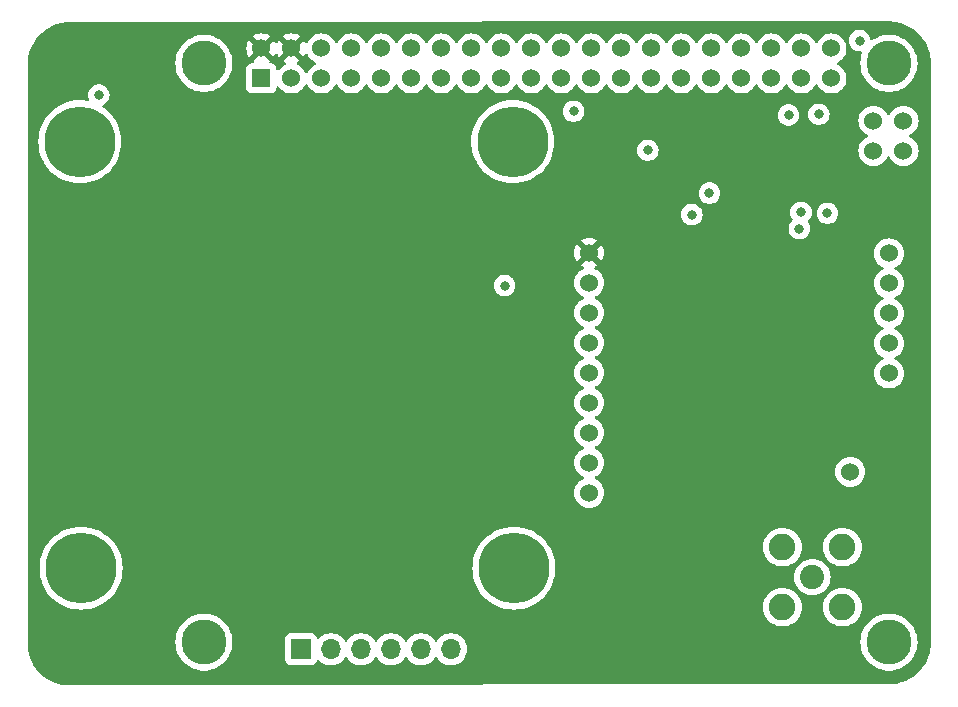
<source format=gbr>
%TF.GenerationSoftware,KiCad,Pcbnew,7.0.2-0*%
%TF.CreationDate,2024-03-08T21:59:11-08:00*%
%TF.ProjectId,New Groundstation,4e657720-4772-46f7-956e-647374617469,rev?*%
%TF.SameCoordinates,Original*%
%TF.FileFunction,Copper,L3,Inr*%
%TF.FilePolarity,Positive*%
%FSLAX46Y46*%
G04 Gerber Fmt 4.6, Leading zero omitted, Abs format (unit mm)*
G04 Created by KiCad (PCBNEW 7.0.2-0) date 2024-03-08 21:59:11*
%MOMM*%
%LPD*%
G01*
G04 APERTURE LIST*
%TA.AperFunction,ComponentPad*%
%ADD10C,3.812400*%
%TD*%
%TA.AperFunction,ComponentPad*%
%ADD11C,1.524000*%
%TD*%
%TA.AperFunction,ComponentPad*%
%ADD12R,1.524000X1.524000*%
%TD*%
%TA.AperFunction,ComponentPad*%
%ADD13C,6.000000*%
%TD*%
%TA.AperFunction,ComponentPad*%
%ADD14C,2.050000*%
%TD*%
%TA.AperFunction,ComponentPad*%
%ADD15C,2.250000*%
%TD*%
%TA.AperFunction,ComponentPad*%
%ADD16O,1.700000X1.700000*%
%TD*%
%TA.AperFunction,ComponentPad*%
%ADD17R,1.700000X1.700000*%
%TD*%
%TA.AperFunction,ViaPad*%
%ADD18C,0.800000*%
%TD*%
G04 APERTURE END LIST*
D10*
X111353937Y-121199886D03*
X169353937Y-121199886D03*
X169353937Y-72199886D03*
X111353937Y-72199886D03*
D11*
X168043937Y-77052886D03*
X168043937Y-79592886D03*
X170583937Y-77052886D03*
X170583937Y-79592886D03*
X164483937Y-70929886D03*
X164483937Y-73469886D03*
X161943937Y-70929886D03*
X161943937Y-73469886D03*
X159403937Y-70929886D03*
X159403937Y-73469886D03*
X156863937Y-70929886D03*
X156863937Y-73469886D03*
X154323937Y-70929886D03*
X154323937Y-73469886D03*
X151783937Y-70929886D03*
X151783937Y-73469886D03*
X149243937Y-70929886D03*
X149243937Y-73469886D03*
X146703937Y-70929886D03*
X146703937Y-73469886D03*
X144163937Y-70929886D03*
X144163937Y-73469886D03*
X141623937Y-70929886D03*
X141623937Y-73469886D03*
X139083937Y-70929886D03*
X139083937Y-73469886D03*
X136543937Y-70929886D03*
X136543937Y-73469886D03*
X134003937Y-70929886D03*
X134003937Y-73469886D03*
X131463937Y-70929886D03*
X131463937Y-73469886D03*
X128923937Y-70929886D03*
X128923937Y-73469886D03*
X126383937Y-70929886D03*
X126383937Y-73469886D03*
X123843937Y-70929886D03*
X123843937Y-73469886D03*
X121303937Y-70929886D03*
X121303937Y-73469886D03*
X118763937Y-70929886D03*
X118763937Y-73469886D03*
X116223937Y-70929886D03*
D12*
X116223937Y-73469886D03*
D13*
X100853937Y-78835000D03*
X100953937Y-114935000D03*
X137503937Y-78835000D03*
X137603937Y-114935000D03*
D11*
X143974575Y-88237234D03*
X143974575Y-90777234D03*
X143974575Y-93317234D03*
X143974575Y-95857234D03*
X143974575Y-98397234D03*
X143974575Y-100937234D03*
X143974575Y-103477234D03*
X143974575Y-106017234D03*
X143974575Y-108557234D03*
X169361899Y-88289567D03*
X169361899Y-90829567D03*
X169361899Y-93369567D03*
X169361899Y-95909567D03*
X169361899Y-98449567D03*
X166085299Y-106780767D03*
D14*
X162876937Y-115697000D03*
D15*
X160336937Y-113157000D03*
X160336937Y-118237000D03*
X165416937Y-113157000D03*
X165416937Y-118237000D03*
D16*
X132269937Y-121793000D03*
X129729937Y-121793000D03*
X127189937Y-121793000D03*
X124649937Y-121793000D03*
X122109937Y-121793000D03*
D17*
X119569937Y-121793000D03*
D18*
X148932337Y-79552800D03*
X142658537Y-76250800D03*
X102450337Y-74879200D03*
X154158947Y-83190790D03*
X164146937Y-84886800D03*
X160861812Y-76581000D03*
X163410337Y-76504800D03*
X136816537Y-91008200D03*
X152666137Y-85013800D03*
X161911737Y-84810600D03*
X161767621Y-86196840D03*
X166864737Y-70281800D03*
%TA.AperFunction,Conductor*%
G36*
X118297092Y-71143087D02*
G01*
X118376068Y-71265976D01*
X118486467Y-71361638D01*
X118619345Y-71422321D01*
X118624337Y-71423038D01*
X118065749Y-71981626D01*
X118130529Y-72026986D01*
X118250253Y-72082814D01*
X118302693Y-72128986D01*
X118321845Y-72196179D01*
X118301630Y-72263060D01*
X118250255Y-72307578D01*
X118126258Y-72365399D01*
X117944155Y-72492909D01*
X117786960Y-72650104D01*
X117720012Y-72745717D01*
X117665435Y-72789342D01*
X117595937Y-72796535D01*
X117533582Y-72765013D01*
X117498168Y-72704783D01*
X117494437Y-72674594D01*
X117494437Y-72662557D01*
X117494437Y-72659248D01*
X117487926Y-72598685D01*
X117487925Y-72598683D01*
X117487925Y-72598680D01*
X117436826Y-72461682D01*
X117349198Y-72344624D01*
X117232140Y-72256996D01*
X117095142Y-72205897D01*
X117037861Y-72199739D01*
X117037855Y-72199738D01*
X117034575Y-72199386D01*
X117004409Y-72199386D01*
X116937370Y-72179701D01*
X116891615Y-72126897D01*
X116881671Y-72057739D01*
X116910696Y-71994183D01*
X116921910Y-71984069D01*
X116922124Y-71981626D01*
X116363537Y-71423038D01*
X116368529Y-71422321D01*
X116501407Y-71361638D01*
X116611806Y-71265976D01*
X116690782Y-71143087D01*
X116713459Y-71065855D01*
X117275677Y-71628072D01*
X117321037Y-71563294D01*
X117381555Y-71433513D01*
X117427727Y-71381073D01*
X117494920Y-71361921D01*
X117561801Y-71382136D01*
X117606319Y-71433513D01*
X117666835Y-71563293D01*
X117712195Y-71628073D01*
X118274414Y-71065854D01*
X118297092Y-71143087D01*
G37*
%TD.AperFunction*%
%TA.AperFunction,Conductor*%
G36*
X119815677Y-71628072D02*
G01*
X119861034Y-71563298D01*
X119916864Y-71443570D01*
X119963036Y-71391131D01*
X120030230Y-71371978D01*
X120097111Y-71392193D01*
X120141629Y-71443569D01*
X120146319Y-71453626D01*
X120199449Y-71567563D01*
X120326960Y-71749667D01*
X120484156Y-71906863D01*
X120666260Y-72034374D01*
X120747230Y-72072131D01*
X120780197Y-72087504D01*
X120832636Y-72133677D01*
X120851788Y-72200870D01*
X120831572Y-72267751D01*
X120780197Y-72312268D01*
X120666260Y-72365398D01*
X120484155Y-72492909D01*
X120326960Y-72650104D01*
X120199449Y-72832209D01*
X120146319Y-72946147D01*
X120100146Y-72998586D01*
X120032953Y-73017738D01*
X119966072Y-72997522D01*
X119921555Y-72946147D01*
X119912067Y-72925800D01*
X119868425Y-72832210D01*
X119740914Y-72650105D01*
X119583718Y-72492909D01*
X119401614Y-72365398D01*
X119357064Y-72344624D01*
X119277620Y-72307578D01*
X119225181Y-72261405D01*
X119206029Y-72194212D01*
X119226245Y-72127331D01*
X119277621Y-72082813D01*
X119397349Y-72026983D01*
X119462124Y-71981626D01*
X118903537Y-71423038D01*
X118908529Y-71422321D01*
X119041407Y-71361638D01*
X119151806Y-71265976D01*
X119230782Y-71143087D01*
X119253459Y-71065855D01*
X119815677Y-71628072D01*
G37*
%TD.AperFunction*%
%TA.AperFunction,Conductor*%
G36*
X169356995Y-68644536D02*
G01*
X169509301Y-68652020D01*
X169703043Y-68662163D01*
X169714717Y-68663332D01*
X169885431Y-68688656D01*
X170059870Y-68716286D01*
X170070567Y-68718469D01*
X170241008Y-68761163D01*
X170409371Y-68806278D01*
X170418980Y-68809280D01*
X170584589Y-68868538D01*
X170587017Y-68869437D01*
X170747882Y-68931189D01*
X170756400Y-68934833D01*
X170915853Y-69010249D01*
X170919090Y-69011839D01*
X170968224Y-69036875D01*
X171071954Y-69089729D01*
X171079406Y-69093854D01*
X171230937Y-69184679D01*
X171234688Y-69187020D01*
X171378319Y-69280296D01*
X171384628Y-69284677D01*
X171401734Y-69297364D01*
X171526672Y-69390026D01*
X171530840Y-69393257D01*
X171663780Y-69500910D01*
X171668997Y-69505380D01*
X171800115Y-69624219D01*
X171804478Y-69628374D01*
X171839168Y-69663064D01*
X171925430Y-69749327D01*
X171929626Y-69753735D01*
X172048409Y-69884792D01*
X172052897Y-69890029D01*
X172160561Y-70022983D01*
X172163793Y-70027153D01*
X172269126Y-70169179D01*
X172273523Y-70175510D01*
X172366772Y-70319101D01*
X172369135Y-70322887D01*
X172459954Y-70474410D01*
X172464081Y-70481864D01*
X172541962Y-70634714D01*
X172543570Y-70637989D01*
X172595319Y-70747403D01*
X172618965Y-70797397D01*
X172622634Y-70805977D01*
X172684308Y-70966646D01*
X172685296Y-70969309D01*
X172744518Y-71134824D01*
X172747540Y-71144503D01*
X172792637Y-71312800D01*
X172835334Y-71483254D01*
X172837520Y-71493973D01*
X172865135Y-71668316D01*
X172890470Y-71839107D01*
X172891641Y-71850807D01*
X172901577Y-72040392D01*
X172905574Y-72121734D01*
X172909288Y-72197331D01*
X172909437Y-72203396D01*
X172909437Y-121218835D01*
X172909288Y-121224919D01*
X172902251Y-121368169D01*
X172891555Y-121571729D01*
X172890384Y-121583416D01*
X172866277Y-121745942D01*
X172837345Y-121928619D01*
X172835156Y-121939347D01*
X172793776Y-122104551D01*
X172747261Y-122278147D01*
X172744241Y-122287816D01*
X172686417Y-122449426D01*
X172685429Y-122452089D01*
X172622239Y-122616706D01*
X172618570Y-122625284D01*
X172544681Y-122781514D01*
X172543071Y-122784793D01*
X172463554Y-122940856D01*
X172459428Y-122948310D01*
X172370235Y-123097121D01*
X172367872Y-123100907D01*
X172272832Y-123247259D01*
X172268434Y-123253591D01*
X172164867Y-123393236D01*
X172161636Y-123397405D01*
X172052033Y-123532756D01*
X172047544Y-123537994D01*
X171930659Y-123666958D01*
X171926463Y-123671366D01*
X171803403Y-123794428D01*
X171798995Y-123798624D01*
X171670025Y-123915517D01*
X171664788Y-123920005D01*
X171529476Y-124029581D01*
X171525306Y-124032813D01*
X171385614Y-124136417D01*
X171379283Y-124140815D01*
X171232969Y-124235834D01*
X171229183Y-124238197D01*
X171080348Y-124327407D01*
X171072894Y-124331533D01*
X170916834Y-124411051D01*
X170913556Y-124412661D01*
X170757346Y-124486545D01*
X170748766Y-124490215D01*
X170584094Y-124553428D01*
X170581431Y-124554415D01*
X170419870Y-124612224D01*
X170410190Y-124615248D01*
X170236615Y-124661759D01*
X170089897Y-124698512D01*
X170071402Y-124703145D01*
X170060684Y-124705332D01*
X169877941Y-124734277D01*
X169715501Y-124758374D01*
X169703801Y-124759546D01*
X169490759Y-124770713D01*
X169357960Y-124777238D01*
X169352034Y-124777387D01*
X99989519Y-124866023D01*
X99983273Y-124865873D01*
X99825524Y-124858119D01*
X99637723Y-124848304D01*
X99625998Y-124847131D01*
X99450923Y-124821157D01*
X99437119Y-124818970D01*
X99280924Y-124794227D01*
X99270198Y-124792038D01*
X99097017Y-124748655D01*
X98935344Y-124705332D01*
X98931491Y-124704299D01*
X98921826Y-124701281D01*
X98754199Y-124641299D01*
X98751536Y-124640311D01*
X98592994Y-124579449D01*
X98584416Y-124575780D01*
X98423319Y-124499584D01*
X98420040Y-124497974D01*
X98268905Y-124420963D01*
X98261452Y-124416837D01*
X98108493Y-124325155D01*
X98104706Y-124322791D01*
X97962573Y-124230486D01*
X97956242Y-124226089D01*
X97812944Y-124119810D01*
X97808775Y-124116578D01*
X97677123Y-124009965D01*
X97671886Y-124005477D01*
X97539679Y-123885650D01*
X97535271Y-123881453D01*
X97518313Y-123864495D01*
X97415502Y-123761681D01*
X97411306Y-123757274D01*
X97291473Y-123625057D01*
X97287008Y-123619847D01*
X97180350Y-123488134D01*
X97177151Y-123484006D01*
X97172318Y-123477490D01*
X97070879Y-123340713D01*
X97066486Y-123334389D01*
X97008169Y-123244588D01*
X96974153Y-123192206D01*
X96971798Y-123188432D01*
X96927451Y-123114443D01*
X96880126Y-123035485D01*
X96876005Y-123028040D01*
X96798972Y-122876854D01*
X96797400Y-122873651D01*
X96721198Y-122712534D01*
X96717529Y-122703956D01*
X96656642Y-122545341D01*
X96655655Y-122542678D01*
X96595709Y-122375141D01*
X96592685Y-122365460D01*
X96569289Y-122278147D01*
X96548330Y-122199929D01*
X96504936Y-122026691D01*
X96502759Y-122016016D01*
X96475835Y-121846025D01*
X96469243Y-121801585D01*
X96449853Y-121670878D01*
X96448685Y-121659217D01*
X96439412Y-121482320D01*
X96431057Y-121312262D01*
X96430909Y-121306210D01*
X96430909Y-121285824D01*
X96427643Y-121280177D01*
X96424127Y-121250857D01*
X96424127Y-121199886D01*
X108934463Y-121199886D01*
X108953541Y-121503126D01*
X108954268Y-121506938D01*
X108954270Y-121506952D01*
X109008837Y-121793000D01*
X109010475Y-121801585D01*
X109011678Y-121805288D01*
X109011680Y-121805295D01*
X109080587Y-122017368D01*
X109104367Y-122090554D01*
X109106024Y-122094077D01*
X109106026Y-122094080D01*
X109155813Y-122199883D01*
X109233736Y-122365476D01*
X109235818Y-122368757D01*
X109235821Y-122368762D01*
X109394450Y-122618723D01*
X109394454Y-122618729D01*
X109396541Y-122622017D01*
X109399020Y-122625014D01*
X109399024Y-122625019D01*
X109504242Y-122752205D01*
X109590216Y-122856130D01*
X109811706Y-123064123D01*
X110057518Y-123242715D01*
X110323775Y-123389092D01*
X110606278Y-123500943D01*
X110900573Y-123576504D01*
X111202017Y-123614586D01*
X111205911Y-123614586D01*
X111501963Y-123614586D01*
X111505857Y-123614586D01*
X111807301Y-123576504D01*
X112101596Y-123500943D01*
X112384099Y-123389092D01*
X112650356Y-123242715D01*
X112896168Y-123064123D01*
X113117658Y-122856130D01*
X113253738Y-122691638D01*
X118211437Y-122691638D01*
X118211789Y-122694918D01*
X118211790Y-122694924D01*
X118217948Y-122752205D01*
X118269047Y-122889203D01*
X118356675Y-123006261D01*
X118473733Y-123093889D01*
X118610731Y-123144988D01*
X118610734Y-123144988D01*
X118610736Y-123144989D01*
X118671299Y-123151500D01*
X118674609Y-123151500D01*
X120465265Y-123151500D01*
X120468575Y-123151500D01*
X120529138Y-123144989D01*
X120529140Y-123144988D01*
X120529142Y-123144988D01*
X120647325Y-123100907D01*
X120666141Y-123093889D01*
X120783198Y-123006261D01*
X120870826Y-122889204D01*
X120916074Y-122767889D01*
X120957946Y-122711956D01*
X121023411Y-122687540D01*
X121091684Y-122702392D01*
X121123485Y-122727241D01*
X121186694Y-122795903D01*
X121186697Y-122795906D01*
X121364361Y-122934189D01*
X121562363Y-123041342D01*
X121775302Y-123114444D01*
X121997368Y-123151500D01*
X122222506Y-123151500D01*
X122444572Y-123114444D01*
X122657511Y-123041342D01*
X122855513Y-122934189D01*
X123033177Y-122795906D01*
X123185659Y-122630268D01*
X123276127Y-122491795D01*
X123329274Y-122446438D01*
X123398506Y-122437014D01*
X123461842Y-122466516D01*
X123483746Y-122491795D01*
X123570958Y-122625284D01*
X123574215Y-122630268D01*
X123726697Y-122795906D01*
X123904361Y-122934189D01*
X124102363Y-123041342D01*
X124315302Y-123114444D01*
X124537368Y-123151500D01*
X124762506Y-123151500D01*
X124984572Y-123114444D01*
X125197511Y-123041342D01*
X125395513Y-122934189D01*
X125573177Y-122795906D01*
X125725659Y-122630268D01*
X125816128Y-122491793D01*
X125869273Y-122446438D01*
X125938504Y-122437014D01*
X126001840Y-122466515D01*
X126023744Y-122491794D01*
X126114212Y-122630265D01*
X126114214Y-122630267D01*
X126114215Y-122630268D01*
X126266697Y-122795906D01*
X126444361Y-122934189D01*
X126642363Y-123041342D01*
X126855302Y-123114444D01*
X127077368Y-123151500D01*
X127302506Y-123151500D01*
X127524572Y-123114444D01*
X127737511Y-123041342D01*
X127935513Y-122934189D01*
X128113177Y-122795906D01*
X128265659Y-122630268D01*
X128356127Y-122491795D01*
X128409274Y-122446438D01*
X128478506Y-122437014D01*
X128541842Y-122466516D01*
X128563746Y-122491795D01*
X128650958Y-122625284D01*
X128654215Y-122630268D01*
X128806697Y-122795906D01*
X128984361Y-122934189D01*
X129182363Y-123041342D01*
X129395302Y-123114444D01*
X129617368Y-123151500D01*
X129842506Y-123151500D01*
X130064572Y-123114444D01*
X130277511Y-123041342D01*
X130475513Y-122934189D01*
X130653177Y-122795906D01*
X130805659Y-122630268D01*
X130896127Y-122491795D01*
X130949274Y-122446438D01*
X131018506Y-122437014D01*
X131081842Y-122466516D01*
X131103746Y-122491795D01*
X131190958Y-122625284D01*
X131194215Y-122630268D01*
X131346697Y-122795906D01*
X131524361Y-122934189D01*
X131722363Y-123041342D01*
X131935302Y-123114444D01*
X132157368Y-123151500D01*
X132382506Y-123151500D01*
X132604572Y-123114444D01*
X132817511Y-123041342D01*
X133015513Y-122934189D01*
X133193177Y-122795906D01*
X133345659Y-122630268D01*
X133468797Y-122441791D01*
X133559233Y-122235616D01*
X133614501Y-122017368D01*
X133633093Y-121793000D01*
X133614501Y-121568632D01*
X133559233Y-121350384D01*
X133493219Y-121199886D01*
X166934463Y-121199886D01*
X166953541Y-121503126D01*
X166954268Y-121506938D01*
X166954270Y-121506952D01*
X167008837Y-121793000D01*
X167010475Y-121801585D01*
X167011678Y-121805288D01*
X167011680Y-121805295D01*
X167080587Y-122017368D01*
X167104367Y-122090554D01*
X167106024Y-122094077D01*
X167106026Y-122094080D01*
X167155813Y-122199883D01*
X167233736Y-122365476D01*
X167235818Y-122368757D01*
X167235821Y-122368762D01*
X167394450Y-122618723D01*
X167394454Y-122618729D01*
X167396541Y-122622017D01*
X167399020Y-122625014D01*
X167399024Y-122625019D01*
X167504242Y-122752205D01*
X167590216Y-122856130D01*
X167811706Y-123064123D01*
X168057518Y-123242715D01*
X168323775Y-123389092D01*
X168606278Y-123500943D01*
X168900573Y-123576504D01*
X169202017Y-123614586D01*
X169205911Y-123614586D01*
X169501963Y-123614586D01*
X169505857Y-123614586D01*
X169807301Y-123576504D01*
X170101596Y-123500943D01*
X170384099Y-123389092D01*
X170650356Y-123242715D01*
X170896168Y-123064123D01*
X171117658Y-122856130D01*
X171311333Y-122622017D01*
X171474138Y-122365476D01*
X171603507Y-122090554D01*
X171697399Y-121801585D01*
X171754333Y-121503126D01*
X171773411Y-121199886D01*
X171754333Y-120896646D01*
X171697399Y-120598187D01*
X171603507Y-120309218D01*
X171474138Y-120034296D01*
X171311333Y-119777755D01*
X171117658Y-119543642D01*
X170896168Y-119335649D01*
X170650356Y-119157057D01*
X170646952Y-119155186D01*
X170646948Y-119155183D01*
X170387516Y-119012558D01*
X170387509Y-119012554D01*
X170384099Y-119010680D01*
X170380473Y-119009244D01*
X170380468Y-119009242D01*
X170105224Y-118900265D01*
X170105217Y-118900263D01*
X170101596Y-118898829D01*
X170097818Y-118897859D01*
X170097815Y-118897858D01*
X169811079Y-118824238D01*
X169811078Y-118824237D01*
X169807301Y-118823268D01*
X169803438Y-118822780D01*
X169803433Y-118822779D01*
X169509721Y-118785674D01*
X169509718Y-118785673D01*
X169505857Y-118785186D01*
X169202017Y-118785186D01*
X169198156Y-118785673D01*
X169198152Y-118785674D01*
X168904440Y-118822779D01*
X168904432Y-118822780D01*
X168900573Y-118823268D01*
X168896798Y-118824237D01*
X168896794Y-118824238D01*
X168610058Y-118897858D01*
X168610051Y-118897860D01*
X168606278Y-118898829D01*
X168602660Y-118900261D01*
X168602649Y-118900265D01*
X168327405Y-119009242D01*
X168327394Y-119009246D01*
X168323775Y-119010680D01*
X168320370Y-119012551D01*
X168320357Y-119012558D01*
X168060925Y-119155183D01*
X168060913Y-119155190D01*
X168057518Y-119157057D01*
X168054374Y-119159340D01*
X168054368Y-119159345D01*
X167814862Y-119333355D01*
X167814851Y-119333363D01*
X167811706Y-119335649D01*
X167808871Y-119338310D01*
X167808864Y-119338317D01*
X167593053Y-119540977D01*
X167593046Y-119540984D01*
X167590216Y-119543642D01*
X167587741Y-119546633D01*
X167587737Y-119546638D01*
X167399024Y-119774752D01*
X167399014Y-119774764D01*
X167396541Y-119777755D01*
X167394459Y-119781034D01*
X167394450Y-119781048D01*
X167235821Y-120031009D01*
X167235814Y-120031020D01*
X167233736Y-120034296D01*
X167232082Y-120037810D01*
X167232077Y-120037820D01*
X167106026Y-120305691D01*
X167106022Y-120305700D01*
X167104367Y-120309218D01*
X167103165Y-120312915D01*
X167103163Y-120312922D01*
X167011680Y-120594476D01*
X167011677Y-120594487D01*
X167010475Y-120598187D01*
X167009746Y-120602007D01*
X167009744Y-120602016D01*
X166954270Y-120892819D01*
X166954267Y-120892835D01*
X166953541Y-120896646D01*
X166953296Y-120900537D01*
X166953296Y-120900539D01*
X166941112Y-121094204D01*
X166934463Y-121199886D01*
X133493219Y-121199886D01*
X133468797Y-121144209D01*
X133345659Y-120955732D01*
X133193177Y-120790094D01*
X133015513Y-120651811D01*
X132817511Y-120544658D01*
X132817510Y-120544657D01*
X132817509Y-120544657D01*
X132604573Y-120471556D01*
X132382506Y-120434500D01*
X132157368Y-120434500D01*
X131935300Y-120471556D01*
X131722364Y-120544657D01*
X131524361Y-120651811D01*
X131346697Y-120790094D01*
X131194216Y-120955730D01*
X131103746Y-121094205D01*
X131050599Y-121139561D01*
X130981368Y-121148985D01*
X130918032Y-121119483D01*
X130896128Y-121094205D01*
X130805660Y-120955734D01*
X130805659Y-120955732D01*
X130653177Y-120790094D01*
X130475513Y-120651811D01*
X130277511Y-120544658D01*
X130277510Y-120544657D01*
X130277509Y-120544657D01*
X130064573Y-120471556D01*
X129842506Y-120434500D01*
X129617368Y-120434500D01*
X129395300Y-120471556D01*
X129182364Y-120544657D01*
X128984361Y-120651811D01*
X128806697Y-120790094D01*
X128654212Y-120955734D01*
X128563744Y-121094205D01*
X128510598Y-121139562D01*
X128441366Y-121148985D01*
X128378031Y-121119483D01*
X128356127Y-121094204D01*
X128265659Y-120955732D01*
X128265657Y-120955730D01*
X128113177Y-120790094D01*
X127935513Y-120651811D01*
X127737511Y-120544658D01*
X127737510Y-120544657D01*
X127737509Y-120544657D01*
X127524573Y-120471556D01*
X127302506Y-120434500D01*
X127077368Y-120434500D01*
X126855300Y-120471556D01*
X126642364Y-120544657D01*
X126444361Y-120651811D01*
X126266697Y-120790094D01*
X126114216Y-120955730D01*
X126023746Y-121094205D01*
X125970599Y-121139561D01*
X125901368Y-121148985D01*
X125838032Y-121119483D01*
X125816128Y-121094205D01*
X125725660Y-120955734D01*
X125725659Y-120955732D01*
X125573177Y-120790094D01*
X125395513Y-120651811D01*
X125197511Y-120544658D01*
X125197510Y-120544657D01*
X125197509Y-120544657D01*
X124984573Y-120471556D01*
X124762506Y-120434500D01*
X124537368Y-120434500D01*
X124315300Y-120471556D01*
X124102364Y-120544657D01*
X123904361Y-120651811D01*
X123726697Y-120790094D01*
X123574216Y-120955730D01*
X123483746Y-121094205D01*
X123430599Y-121139561D01*
X123361368Y-121148985D01*
X123298032Y-121119483D01*
X123276128Y-121094205D01*
X123185660Y-120955734D01*
X123185659Y-120955732D01*
X123033177Y-120790094D01*
X122855513Y-120651811D01*
X122657511Y-120544658D01*
X122657510Y-120544657D01*
X122657509Y-120544657D01*
X122444573Y-120471556D01*
X122222506Y-120434500D01*
X121997368Y-120434500D01*
X121775300Y-120471556D01*
X121562364Y-120544657D01*
X121364361Y-120651811D01*
X121186696Y-120790094D01*
X121123485Y-120858759D01*
X121063597Y-120894749D01*
X120993759Y-120892648D01*
X120936144Y-120853123D01*
X120916075Y-120818110D01*
X120891364Y-120751861D01*
X120870826Y-120696796D01*
X120837151Y-120651811D01*
X120783198Y-120579738D01*
X120666140Y-120492110D01*
X120529142Y-120441011D01*
X120471861Y-120434853D01*
X120471855Y-120434852D01*
X120468575Y-120434500D01*
X118671299Y-120434500D01*
X118668019Y-120434852D01*
X118668012Y-120434853D01*
X118610731Y-120441011D01*
X118473733Y-120492110D01*
X118356675Y-120579738D01*
X118269047Y-120696796D01*
X118217948Y-120833794D01*
X118211790Y-120891075D01*
X118211437Y-120894362D01*
X118211437Y-122691638D01*
X113253738Y-122691638D01*
X113311333Y-122622017D01*
X113474138Y-122365476D01*
X113603507Y-122090554D01*
X113697399Y-121801585D01*
X113754333Y-121503126D01*
X113773411Y-121199886D01*
X113754333Y-120896646D01*
X113697399Y-120598187D01*
X113603507Y-120309218D01*
X113474138Y-120034296D01*
X113311333Y-119777755D01*
X113117658Y-119543642D01*
X112896168Y-119335649D01*
X112650356Y-119157057D01*
X112646952Y-119155186D01*
X112646948Y-119155183D01*
X112387516Y-119012558D01*
X112387509Y-119012554D01*
X112384099Y-119010680D01*
X112380473Y-119009244D01*
X112380468Y-119009242D01*
X112105224Y-118900265D01*
X112105217Y-118900263D01*
X112101596Y-118898829D01*
X112097818Y-118897859D01*
X112097815Y-118897858D01*
X111811079Y-118824238D01*
X111811078Y-118824237D01*
X111807301Y-118823268D01*
X111803438Y-118822780D01*
X111803433Y-118822779D01*
X111509721Y-118785674D01*
X111509718Y-118785673D01*
X111505857Y-118785186D01*
X111202017Y-118785186D01*
X111198156Y-118785673D01*
X111198152Y-118785674D01*
X110904440Y-118822779D01*
X110904432Y-118822780D01*
X110900573Y-118823268D01*
X110896798Y-118824237D01*
X110896794Y-118824238D01*
X110610058Y-118897858D01*
X110610051Y-118897860D01*
X110606278Y-118898829D01*
X110602660Y-118900261D01*
X110602649Y-118900265D01*
X110327405Y-119009242D01*
X110327394Y-119009246D01*
X110323775Y-119010680D01*
X110320370Y-119012551D01*
X110320357Y-119012558D01*
X110060925Y-119155183D01*
X110060913Y-119155190D01*
X110057518Y-119157057D01*
X110054374Y-119159340D01*
X110054368Y-119159345D01*
X109814862Y-119333355D01*
X109814851Y-119333363D01*
X109811706Y-119335649D01*
X109808871Y-119338310D01*
X109808864Y-119338317D01*
X109593053Y-119540977D01*
X109593046Y-119540984D01*
X109590216Y-119543642D01*
X109587741Y-119546633D01*
X109587737Y-119546638D01*
X109399024Y-119774752D01*
X109399014Y-119774764D01*
X109396541Y-119777755D01*
X109394459Y-119781034D01*
X109394450Y-119781048D01*
X109235821Y-120031009D01*
X109235814Y-120031020D01*
X109233736Y-120034296D01*
X109232082Y-120037810D01*
X109232077Y-120037820D01*
X109106026Y-120305691D01*
X109106022Y-120305700D01*
X109104367Y-120309218D01*
X109103165Y-120312915D01*
X109103163Y-120312922D01*
X109011680Y-120594476D01*
X109011677Y-120594487D01*
X109010475Y-120598187D01*
X109009746Y-120602007D01*
X109009744Y-120602016D01*
X108954270Y-120892819D01*
X108954267Y-120892835D01*
X108953541Y-120896646D01*
X108953296Y-120900537D01*
X108953296Y-120900539D01*
X108941112Y-121094204D01*
X108934463Y-121199886D01*
X96424127Y-121199886D01*
X96424127Y-114935000D01*
X97440622Y-114935000D01*
X97459868Y-115302241D01*
X97460373Y-115305434D01*
X97460375Y-115305446D01*
X97516886Y-115662241D01*
X97517396Y-115665459D01*
X97518234Y-115668588D01*
X97518237Y-115668600D01*
X97611738Y-116017549D01*
X97611741Y-116017560D01*
X97612576Y-116020674D01*
X97613731Y-116023683D01*
X97613735Y-116023695D01*
X97670796Y-116172343D01*
X97744364Y-116363994D01*
X97745833Y-116366877D01*
X97745837Y-116366886D01*
X97909842Y-116688764D01*
X97911317Y-116691658D01*
X98111605Y-117000075D01*
X98343035Y-117285867D01*
X98603070Y-117545902D01*
X98888862Y-117777332D01*
X99197279Y-117977620D01*
X99524943Y-118144573D01*
X99868263Y-118276361D01*
X100223478Y-118371541D01*
X100586696Y-118429069D01*
X100953937Y-118448315D01*
X101321178Y-118429069D01*
X101684396Y-118371541D01*
X102039611Y-118276361D01*
X102382931Y-118144573D01*
X102710595Y-117977620D01*
X103019012Y-117777332D01*
X103304804Y-117545902D01*
X103564839Y-117285867D01*
X103796269Y-117000075D01*
X103996557Y-116691658D01*
X104163510Y-116363994D01*
X104295298Y-116020674D01*
X104390478Y-115665459D01*
X104448006Y-115302241D01*
X104467252Y-114935000D01*
X134090622Y-114935000D01*
X134109868Y-115302241D01*
X134110373Y-115305434D01*
X134110375Y-115305446D01*
X134166886Y-115662241D01*
X134167396Y-115665459D01*
X134168234Y-115668588D01*
X134168237Y-115668600D01*
X134261738Y-116017549D01*
X134261741Y-116017560D01*
X134262576Y-116020674D01*
X134263731Y-116023683D01*
X134263735Y-116023695D01*
X134320796Y-116172343D01*
X134394364Y-116363994D01*
X134395833Y-116366877D01*
X134395837Y-116366886D01*
X134559842Y-116688764D01*
X134561317Y-116691658D01*
X134761605Y-117000075D01*
X134993035Y-117285867D01*
X135253070Y-117545902D01*
X135538862Y-117777332D01*
X135847279Y-117977620D01*
X136174943Y-118144573D01*
X136518263Y-118276361D01*
X136873478Y-118371541D01*
X137236696Y-118429069D01*
X137603937Y-118448315D01*
X137971178Y-118429069D01*
X138334396Y-118371541D01*
X138689611Y-118276361D01*
X138792153Y-118236999D01*
X158698386Y-118236999D01*
X158718559Y-118493327D01*
X158778581Y-118743340D01*
X158811689Y-118823268D01*
X158876977Y-118980887D01*
X159011321Y-119200116D01*
X159178306Y-119395631D01*
X159373821Y-119562616D01*
X159593050Y-119696960D01*
X159768547Y-119769653D01*
X159830596Y-119795355D01*
X159909581Y-119814317D01*
X160080611Y-119855378D01*
X160336937Y-119875551D01*
X160593263Y-119855378D01*
X160843277Y-119795355D01*
X161080824Y-119696960D01*
X161300053Y-119562616D01*
X161495568Y-119395631D01*
X161662553Y-119200116D01*
X161796897Y-118980887D01*
X161895292Y-118743340D01*
X161955315Y-118493326D01*
X161975488Y-118237000D01*
X161975488Y-118236999D01*
X163778386Y-118236999D01*
X163798559Y-118493327D01*
X163858581Y-118743340D01*
X163891689Y-118823268D01*
X163956977Y-118980887D01*
X164091321Y-119200116D01*
X164258306Y-119395631D01*
X164453821Y-119562616D01*
X164673050Y-119696960D01*
X164848547Y-119769653D01*
X164910596Y-119795355D01*
X164989581Y-119814317D01*
X165160611Y-119855378D01*
X165416937Y-119875551D01*
X165673263Y-119855378D01*
X165923277Y-119795355D01*
X166160824Y-119696960D01*
X166380053Y-119562616D01*
X166575568Y-119395631D01*
X166742553Y-119200116D01*
X166876897Y-118980887D01*
X166975292Y-118743340D01*
X167035315Y-118493326D01*
X167055488Y-118237000D01*
X167035315Y-117980674D01*
X166975292Y-117730660D01*
X166876897Y-117493113D01*
X166742553Y-117273884D01*
X166575568Y-117078369D01*
X166380053Y-116911384D01*
X166160824Y-116777040D01*
X166073075Y-116740693D01*
X165923277Y-116678644D01*
X165673264Y-116618622D01*
X165416937Y-116598449D01*
X165160609Y-116618622D01*
X164910596Y-116678644D01*
X164673048Y-116777041D01*
X164453822Y-116911383D01*
X164258306Y-117078369D01*
X164091320Y-117273885D01*
X163956978Y-117493111D01*
X163858581Y-117730659D01*
X163798559Y-117980672D01*
X163778386Y-118236999D01*
X161975488Y-118236999D01*
X161955315Y-117980674D01*
X161895292Y-117730660D01*
X161796897Y-117493113D01*
X161662553Y-117273884D01*
X161495568Y-117078369D01*
X161300053Y-116911384D01*
X161080824Y-116777040D01*
X160993075Y-116740693D01*
X160843277Y-116678644D01*
X160593264Y-116618622D01*
X160336937Y-116598449D01*
X160080609Y-116618622D01*
X159830596Y-116678644D01*
X159593048Y-116777041D01*
X159373822Y-116911383D01*
X159178306Y-117078369D01*
X159011320Y-117273885D01*
X158876978Y-117493111D01*
X158778581Y-117730659D01*
X158718559Y-117980672D01*
X158698386Y-118236999D01*
X138792153Y-118236999D01*
X139032931Y-118144573D01*
X139360595Y-117977620D01*
X139669012Y-117777332D01*
X139954804Y-117545902D01*
X140214839Y-117285867D01*
X140446269Y-117000075D01*
X140646557Y-116691658D01*
X140813510Y-116363994D01*
X140945298Y-116020674D01*
X141032027Y-115696999D01*
X161338695Y-115696999D01*
X161357633Y-115937635D01*
X161413981Y-116172343D01*
X161472231Y-116312970D01*
X161506353Y-116395347D01*
X161632473Y-116601156D01*
X161789236Y-116784701D01*
X161972781Y-116941464D01*
X162178590Y-117067584D01*
X162343343Y-117135826D01*
X162401593Y-117159955D01*
X162475743Y-117177756D01*
X162636303Y-117216304D01*
X162876937Y-117235242D01*
X163117571Y-117216304D01*
X163352280Y-117159955D01*
X163575284Y-117067584D01*
X163781093Y-116941464D01*
X163964638Y-116784701D01*
X164121401Y-116601156D01*
X164247521Y-116395347D01*
X164339892Y-116172343D01*
X164396241Y-115937634D01*
X164415179Y-115697000D01*
X164396241Y-115456366D01*
X164339892Y-115221657D01*
X164247521Y-114998653D01*
X164121401Y-114792844D01*
X163964638Y-114609299D01*
X163781093Y-114452536D01*
X163575284Y-114326416D01*
X163492907Y-114292294D01*
X163352280Y-114234044D01*
X163117572Y-114177696D01*
X162876937Y-114158758D01*
X162636301Y-114177696D01*
X162401593Y-114234044D01*
X162178588Y-114326417D01*
X161972782Y-114452535D01*
X161789236Y-114609299D01*
X161632472Y-114792845D01*
X161506354Y-114998651D01*
X161413981Y-115221656D01*
X161357633Y-115456364D01*
X161338695Y-115696999D01*
X141032027Y-115696999D01*
X141040478Y-115665459D01*
X141098006Y-115302241D01*
X141117252Y-114935000D01*
X141098006Y-114567759D01*
X141040478Y-114204541D01*
X140945298Y-113849326D01*
X140813510Y-113506006D01*
X140646557Y-113178343D01*
X140632696Y-113156999D01*
X158698386Y-113156999D01*
X158718559Y-113413327D01*
X158778581Y-113663340D01*
X158840630Y-113813138D01*
X158876977Y-113900887D01*
X159011321Y-114120116D01*
X159178306Y-114315631D01*
X159373821Y-114482616D01*
X159593050Y-114616960D01*
X159768547Y-114689653D01*
X159830596Y-114715355D01*
X159909581Y-114734317D01*
X160080611Y-114775378D01*
X160336937Y-114795551D01*
X160593263Y-114775378D01*
X160843277Y-114715355D01*
X161080824Y-114616960D01*
X161300053Y-114482616D01*
X161495568Y-114315631D01*
X161662553Y-114120116D01*
X161796897Y-113900887D01*
X161895292Y-113663340D01*
X161955315Y-113413326D01*
X161975488Y-113157000D01*
X161975488Y-113156999D01*
X163778386Y-113156999D01*
X163798559Y-113413327D01*
X163858581Y-113663340D01*
X163920630Y-113813138D01*
X163956977Y-113900887D01*
X164091321Y-114120116D01*
X164258306Y-114315631D01*
X164453821Y-114482616D01*
X164673050Y-114616960D01*
X164848547Y-114689653D01*
X164910596Y-114715355D01*
X164989581Y-114734317D01*
X165160611Y-114775378D01*
X165416937Y-114795551D01*
X165673263Y-114775378D01*
X165923277Y-114715355D01*
X166160824Y-114616960D01*
X166380053Y-114482616D01*
X166575568Y-114315631D01*
X166742553Y-114120116D01*
X166876897Y-113900887D01*
X166975292Y-113663340D01*
X167035315Y-113413326D01*
X167055488Y-113157000D01*
X167035315Y-112900674D01*
X166975292Y-112650660D01*
X166876897Y-112413113D01*
X166742553Y-112193884D01*
X166575568Y-111998369D01*
X166380053Y-111831384D01*
X166160824Y-111697040D01*
X166073075Y-111660693D01*
X165923277Y-111598644D01*
X165673264Y-111538622D01*
X165416937Y-111518449D01*
X165160609Y-111538622D01*
X164910596Y-111598644D01*
X164673048Y-111697041D01*
X164453822Y-111831383D01*
X164258306Y-111998369D01*
X164091320Y-112193885D01*
X163956978Y-112413111D01*
X163858581Y-112650659D01*
X163798559Y-112900672D01*
X163778386Y-113156999D01*
X161975488Y-113156999D01*
X161955315Y-112900674D01*
X161895292Y-112650660D01*
X161796897Y-112413113D01*
X161662553Y-112193884D01*
X161495568Y-111998369D01*
X161300053Y-111831384D01*
X161080824Y-111697040D01*
X160993075Y-111660693D01*
X160843277Y-111598644D01*
X160593264Y-111538622D01*
X160336937Y-111518449D01*
X160080609Y-111538622D01*
X159830596Y-111598644D01*
X159593048Y-111697041D01*
X159373822Y-111831383D01*
X159178306Y-111998369D01*
X159011320Y-112193885D01*
X158876978Y-112413111D01*
X158778581Y-112650659D01*
X158718559Y-112900672D01*
X158698386Y-113156999D01*
X140632696Y-113156999D01*
X140446269Y-112869925D01*
X140214839Y-112584133D01*
X139954804Y-112324098D01*
X139669012Y-112092668D01*
X139360595Y-111892380D01*
X139357707Y-111890908D01*
X139357701Y-111890905D01*
X139035823Y-111726900D01*
X139035814Y-111726896D01*
X139032931Y-111725427D01*
X138958983Y-111697041D01*
X138692632Y-111594798D01*
X138692620Y-111594794D01*
X138689611Y-111593639D01*
X138686497Y-111592804D01*
X138686486Y-111592801D01*
X138337537Y-111499300D01*
X138337525Y-111499297D01*
X138334396Y-111498459D01*
X138331183Y-111497950D01*
X138331178Y-111497949D01*
X137974383Y-111441438D01*
X137974371Y-111441436D01*
X137971178Y-111440931D01*
X137967945Y-111440761D01*
X137967940Y-111440761D01*
X137607181Y-111421855D01*
X137603937Y-111421685D01*
X137600693Y-111421855D01*
X137239933Y-111440761D01*
X137239926Y-111440761D01*
X137236696Y-111440931D01*
X137233504Y-111441436D01*
X137233490Y-111441438D01*
X136876695Y-111497949D01*
X136876686Y-111497950D01*
X136873478Y-111498459D01*
X136870352Y-111499296D01*
X136870336Y-111499300D01*
X136521387Y-111592801D01*
X136521370Y-111592806D01*
X136518263Y-111593639D01*
X136515258Y-111594792D01*
X136515241Y-111594798D01*
X136177974Y-111724263D01*
X136177965Y-111724266D01*
X136174943Y-111725427D01*
X136172066Y-111726892D01*
X136172050Y-111726900D01*
X135850173Y-111890905D01*
X135850159Y-111890912D01*
X135847280Y-111892380D01*
X135844559Y-111894146D01*
X135844552Y-111894151D01*
X135541590Y-112090896D01*
X135541584Y-112090900D01*
X135538862Y-112092668D01*
X135536342Y-112094708D01*
X135536336Y-112094713D01*
X135255588Y-112322058D01*
X135255577Y-112322067D01*
X135253070Y-112324098D01*
X135250785Y-112326382D01*
X135250775Y-112326392D01*
X134995329Y-112581838D01*
X134995319Y-112581848D01*
X134993035Y-112584133D01*
X134991004Y-112586640D01*
X134990995Y-112586651D01*
X134763650Y-112867399D01*
X134763645Y-112867405D01*
X134761605Y-112869925D01*
X134759837Y-112872647D01*
X134759833Y-112872653D01*
X134563088Y-113175615D01*
X134563083Y-113175622D01*
X134561317Y-113178343D01*
X134559849Y-113181222D01*
X134559842Y-113181236D01*
X134395837Y-113503113D01*
X134395829Y-113503129D01*
X134394364Y-113506006D01*
X134393203Y-113509028D01*
X134393200Y-113509037D01*
X134263735Y-113846304D01*
X134263729Y-113846321D01*
X134262576Y-113849326D01*
X134261743Y-113852433D01*
X134261738Y-113852450D01*
X134168237Y-114201399D01*
X134168233Y-114201415D01*
X134167396Y-114204541D01*
X134166887Y-114207749D01*
X134166886Y-114207758D01*
X134110375Y-114564553D01*
X134110373Y-114564567D01*
X134109868Y-114567759D01*
X134109698Y-114570989D01*
X134109698Y-114570996D01*
X134102133Y-114715355D01*
X134090622Y-114935000D01*
X104467252Y-114935000D01*
X104448006Y-114567759D01*
X104390478Y-114204541D01*
X104295298Y-113849326D01*
X104163510Y-113506006D01*
X103996557Y-113178343D01*
X103796269Y-112869925D01*
X103564839Y-112584133D01*
X103304804Y-112324098D01*
X103019012Y-112092668D01*
X102710595Y-111892380D01*
X102707707Y-111890908D01*
X102707701Y-111890905D01*
X102385823Y-111726900D01*
X102385814Y-111726896D01*
X102382931Y-111725427D01*
X102308983Y-111697041D01*
X102042632Y-111594798D01*
X102042620Y-111594794D01*
X102039611Y-111593639D01*
X102036497Y-111592804D01*
X102036486Y-111592801D01*
X101687537Y-111499300D01*
X101687525Y-111499297D01*
X101684396Y-111498459D01*
X101681183Y-111497950D01*
X101681178Y-111497949D01*
X101324383Y-111441438D01*
X101324371Y-111441436D01*
X101321178Y-111440931D01*
X101317945Y-111440761D01*
X101317940Y-111440761D01*
X100957181Y-111421855D01*
X100953937Y-111421685D01*
X100950693Y-111421855D01*
X100589933Y-111440761D01*
X100589926Y-111440761D01*
X100586696Y-111440931D01*
X100583504Y-111441436D01*
X100583490Y-111441438D01*
X100226695Y-111497949D01*
X100226686Y-111497950D01*
X100223478Y-111498459D01*
X100220352Y-111499296D01*
X100220336Y-111499300D01*
X99871387Y-111592801D01*
X99871370Y-111592806D01*
X99868263Y-111593639D01*
X99865258Y-111594792D01*
X99865241Y-111594798D01*
X99527974Y-111724263D01*
X99527965Y-111724266D01*
X99524943Y-111725427D01*
X99522066Y-111726892D01*
X99522050Y-111726900D01*
X99200173Y-111890905D01*
X99200159Y-111890912D01*
X99197280Y-111892380D01*
X99194559Y-111894146D01*
X99194552Y-111894151D01*
X98891590Y-112090896D01*
X98891584Y-112090900D01*
X98888862Y-112092668D01*
X98886342Y-112094708D01*
X98886336Y-112094713D01*
X98605588Y-112322058D01*
X98605577Y-112322067D01*
X98603070Y-112324098D01*
X98600785Y-112326382D01*
X98600775Y-112326392D01*
X98345329Y-112581838D01*
X98345319Y-112581848D01*
X98343035Y-112584133D01*
X98341004Y-112586640D01*
X98340995Y-112586651D01*
X98113650Y-112867399D01*
X98113645Y-112867405D01*
X98111605Y-112869925D01*
X98109837Y-112872647D01*
X98109833Y-112872653D01*
X97913088Y-113175615D01*
X97913083Y-113175622D01*
X97911317Y-113178343D01*
X97909849Y-113181222D01*
X97909842Y-113181236D01*
X97745837Y-113503113D01*
X97745829Y-113503129D01*
X97744364Y-113506006D01*
X97743203Y-113509028D01*
X97743200Y-113509037D01*
X97613735Y-113846304D01*
X97613729Y-113846321D01*
X97612576Y-113849326D01*
X97611743Y-113852433D01*
X97611738Y-113852450D01*
X97518237Y-114201399D01*
X97518233Y-114201415D01*
X97517396Y-114204541D01*
X97516887Y-114207749D01*
X97516886Y-114207758D01*
X97460375Y-114564553D01*
X97460373Y-114564567D01*
X97459868Y-114567759D01*
X97459698Y-114570989D01*
X97459698Y-114570996D01*
X97452133Y-114715355D01*
X97440622Y-114935000D01*
X96424127Y-114935000D01*
X96424127Y-108557233D01*
X142699221Y-108557233D01*
X142718596Y-108778694D01*
X142718597Y-108778697D01*
X142776135Y-108993430D01*
X142870087Y-109194911D01*
X142997598Y-109377015D01*
X143154794Y-109534211D01*
X143336898Y-109661722D01*
X143538379Y-109755674D01*
X143753112Y-109813212D01*
X143900753Y-109826128D01*
X143974574Y-109832587D01*
X143974574Y-109832586D01*
X143974575Y-109832587D01*
X144196038Y-109813212D01*
X144410771Y-109755674D01*
X144612252Y-109661722D01*
X144794356Y-109534211D01*
X144951552Y-109377015D01*
X145079063Y-109194911D01*
X145173015Y-108993430D01*
X145230553Y-108778697D01*
X145249928Y-108557234D01*
X145230553Y-108335771D01*
X145173015Y-108121038D01*
X145079063Y-107919558D01*
X144951552Y-107737453D01*
X144794356Y-107580257D01*
X144612252Y-107452746D01*
X144498313Y-107399615D01*
X144445875Y-107353444D01*
X144426723Y-107286250D01*
X144446939Y-107219369D01*
X144498314Y-107174852D01*
X144612252Y-107121722D01*
X144794356Y-106994211D01*
X144951552Y-106837015D01*
X144990937Y-106780767D01*
X164809945Y-106780767D01*
X164829320Y-107002227D01*
X164886859Y-107216964D01*
X164888753Y-107221025D01*
X164980811Y-107418444D01*
X165108322Y-107600548D01*
X165265518Y-107757744D01*
X165447622Y-107885255D01*
X165649103Y-107979207D01*
X165863836Y-108036745D01*
X166011477Y-108049661D01*
X166085298Y-108056120D01*
X166085298Y-108056119D01*
X166085299Y-108056120D01*
X166306762Y-108036745D01*
X166521495Y-107979207D01*
X166722976Y-107885255D01*
X166905080Y-107757744D01*
X167062276Y-107600548D01*
X167189787Y-107418444D01*
X167283739Y-107216963D01*
X167341277Y-107002230D01*
X167360652Y-106780767D01*
X167341277Y-106559304D01*
X167283739Y-106344571D01*
X167189787Y-106143091D01*
X167062276Y-105960986D01*
X166905080Y-105803790D01*
X166722976Y-105676279D01*
X166630080Y-105632961D01*
X166521496Y-105582327D01*
X166306759Y-105524788D01*
X166085299Y-105505413D01*
X165863838Y-105524788D01*
X165649101Y-105582327D01*
X165447622Y-105676279D01*
X165265517Y-105803790D01*
X165108322Y-105960985D01*
X164980811Y-106143090D01*
X164886859Y-106344569D01*
X164829320Y-106559306D01*
X164809945Y-106780767D01*
X144990937Y-106780767D01*
X145079063Y-106654911D01*
X145173015Y-106453430D01*
X145230553Y-106238697D01*
X145249928Y-106017234D01*
X145230553Y-105795771D01*
X145173015Y-105581038D01*
X145079063Y-105379558D01*
X144951552Y-105197453D01*
X144794356Y-105040257D01*
X144612252Y-104912746D01*
X144498313Y-104859615D01*
X144445875Y-104813444D01*
X144426723Y-104746250D01*
X144446939Y-104679369D01*
X144498314Y-104634852D01*
X144612252Y-104581722D01*
X144794356Y-104454211D01*
X144951552Y-104297015D01*
X145079063Y-104114911D01*
X145173015Y-103913430D01*
X145230553Y-103698697D01*
X145249928Y-103477234D01*
X145230553Y-103255771D01*
X145173015Y-103041038D01*
X145079063Y-102839558D01*
X144951552Y-102657453D01*
X144794356Y-102500257D01*
X144612252Y-102372746D01*
X144498313Y-102319615D01*
X144445875Y-102273444D01*
X144426723Y-102206250D01*
X144446939Y-102139369D01*
X144498314Y-102094852D01*
X144612252Y-102041722D01*
X144794356Y-101914211D01*
X144951552Y-101757015D01*
X145079063Y-101574911D01*
X145173015Y-101373430D01*
X145230553Y-101158697D01*
X145249928Y-100937234D01*
X145230553Y-100715771D01*
X145173015Y-100501038D01*
X145079063Y-100299558D01*
X144951552Y-100117453D01*
X144794356Y-99960257D01*
X144612252Y-99832746D01*
X144498313Y-99779615D01*
X144445875Y-99733444D01*
X144426723Y-99666250D01*
X144446939Y-99599369D01*
X144498314Y-99554852D01*
X144500023Y-99554055D01*
X144612252Y-99501722D01*
X144794356Y-99374211D01*
X144951552Y-99217015D01*
X145079063Y-99034911D01*
X145173015Y-98833430D01*
X145230553Y-98618697D01*
X145245350Y-98449567D01*
X168086545Y-98449567D01*
X168105920Y-98671027D01*
X168149436Y-98833431D01*
X168163459Y-98885763D01*
X168257411Y-99087244D01*
X168384922Y-99269348D01*
X168542118Y-99426544D01*
X168724222Y-99554055D01*
X168925703Y-99648007D01*
X169140436Y-99705545D01*
X169361899Y-99724920D01*
X169583362Y-99705545D01*
X169798095Y-99648007D01*
X169999576Y-99554055D01*
X170181680Y-99426544D01*
X170338876Y-99269348D01*
X170466387Y-99087244D01*
X170560339Y-98885763D01*
X170617877Y-98671030D01*
X170637252Y-98449567D01*
X170617877Y-98228104D01*
X170560339Y-98013371D01*
X170466387Y-97811891D01*
X170338876Y-97629786D01*
X170181680Y-97472590D01*
X169999576Y-97345079D01*
X169885637Y-97291948D01*
X169833199Y-97245777D01*
X169814047Y-97178583D01*
X169834263Y-97111702D01*
X169885638Y-97067185D01*
X169898848Y-97061025D01*
X169999576Y-97014055D01*
X170181680Y-96886544D01*
X170338876Y-96729348D01*
X170466387Y-96547244D01*
X170560339Y-96345763D01*
X170617877Y-96131030D01*
X170637252Y-95909567D01*
X170617877Y-95688104D01*
X170560339Y-95473371D01*
X170466387Y-95271891D01*
X170338876Y-95089786D01*
X170181680Y-94932590D01*
X169999576Y-94805079D01*
X169885637Y-94751948D01*
X169833199Y-94705777D01*
X169814047Y-94638583D01*
X169834263Y-94571702D01*
X169885638Y-94527185D01*
X169898848Y-94521025D01*
X169999576Y-94474055D01*
X170181680Y-94346544D01*
X170338876Y-94189348D01*
X170466387Y-94007244D01*
X170560339Y-93805763D01*
X170617877Y-93591030D01*
X170637252Y-93369567D01*
X170617877Y-93148104D01*
X170560339Y-92933371D01*
X170466387Y-92731891D01*
X170338876Y-92549786D01*
X170181680Y-92392590D01*
X169999576Y-92265079D01*
X169885637Y-92211948D01*
X169833199Y-92165777D01*
X169814047Y-92098583D01*
X169834263Y-92031702D01*
X169885638Y-91987185D01*
X169898848Y-91981025D01*
X169999576Y-91934055D01*
X170181680Y-91806544D01*
X170338876Y-91649348D01*
X170466387Y-91467244D01*
X170560339Y-91265763D01*
X170617877Y-91051030D01*
X170637252Y-90829567D01*
X170617877Y-90608104D01*
X170560339Y-90393371D01*
X170466387Y-90191891D01*
X170338876Y-90009786D01*
X170181680Y-89852590D01*
X169999576Y-89725079D01*
X169885637Y-89671948D01*
X169833199Y-89625777D01*
X169814047Y-89558583D01*
X169834263Y-89491702D01*
X169885638Y-89447185D01*
X169912457Y-89434679D01*
X169999576Y-89394055D01*
X170181680Y-89266544D01*
X170338876Y-89109348D01*
X170466387Y-88927244D01*
X170560339Y-88725763D01*
X170617877Y-88511030D01*
X170637252Y-88289567D01*
X170617877Y-88068104D01*
X170560339Y-87853371D01*
X170466387Y-87651891D01*
X170338876Y-87469786D01*
X170181680Y-87312590D01*
X169999576Y-87185079D01*
X169903187Y-87140132D01*
X169798096Y-87091127D01*
X169583359Y-87033588D01*
X169361899Y-87014213D01*
X169140438Y-87033588D01*
X168925701Y-87091127D01*
X168724222Y-87185079D01*
X168542117Y-87312590D01*
X168384922Y-87469785D01*
X168257411Y-87651890D01*
X168163459Y-87853369D01*
X168105920Y-88068106D01*
X168086545Y-88289567D01*
X168105920Y-88511027D01*
X168123583Y-88576947D01*
X168163459Y-88725763D01*
X168257411Y-88927244D01*
X168384922Y-89109348D01*
X168542118Y-89266544D01*
X168724222Y-89394055D01*
X168805192Y-89431812D01*
X168838159Y-89447185D01*
X168890598Y-89493358D01*
X168909750Y-89560551D01*
X168889534Y-89627432D01*
X168838159Y-89671949D01*
X168724222Y-89725079D01*
X168542117Y-89852590D01*
X168384922Y-90009785D01*
X168257411Y-90191890D01*
X168163459Y-90393369D01*
X168105920Y-90608106D01*
X168086545Y-90829567D01*
X168105920Y-91051027D01*
X168149436Y-91213431D01*
X168163459Y-91265763D01*
X168257411Y-91467244D01*
X168384922Y-91649348D01*
X168542118Y-91806544D01*
X168724222Y-91934055D01*
X168805192Y-91971812D01*
X168838159Y-91987185D01*
X168890598Y-92033358D01*
X168909750Y-92100551D01*
X168889534Y-92167432D01*
X168838159Y-92211949D01*
X168724222Y-92265079D01*
X168542117Y-92392590D01*
X168384922Y-92549785D01*
X168257411Y-92731890D01*
X168163459Y-92933369D01*
X168105920Y-93148106D01*
X168086545Y-93369566D01*
X168105920Y-93591027D01*
X168149436Y-93753431D01*
X168163459Y-93805763D01*
X168257411Y-94007244D01*
X168384922Y-94189348D01*
X168542118Y-94346544D01*
X168724222Y-94474055D01*
X168805192Y-94511812D01*
X168838159Y-94527185D01*
X168890598Y-94573358D01*
X168909750Y-94640551D01*
X168889534Y-94707432D01*
X168838159Y-94751949D01*
X168724222Y-94805079D01*
X168542117Y-94932590D01*
X168384922Y-95089785D01*
X168257411Y-95271890D01*
X168163459Y-95473369D01*
X168105920Y-95688106D01*
X168086545Y-95909566D01*
X168105920Y-96131027D01*
X168149436Y-96293431D01*
X168163459Y-96345763D01*
X168257411Y-96547244D01*
X168384922Y-96729348D01*
X168542118Y-96886544D01*
X168724222Y-97014055D01*
X168805192Y-97051812D01*
X168838159Y-97067185D01*
X168890598Y-97113358D01*
X168909750Y-97180551D01*
X168889534Y-97247432D01*
X168838159Y-97291949D01*
X168724222Y-97345079D01*
X168542117Y-97472590D01*
X168384922Y-97629785D01*
X168257411Y-97811890D01*
X168163459Y-98013369D01*
X168105920Y-98228106D01*
X168086545Y-98449567D01*
X145245350Y-98449567D01*
X145249928Y-98397234D01*
X145230553Y-98175771D01*
X145173015Y-97961038D01*
X145079063Y-97759558D01*
X144951552Y-97577453D01*
X144794356Y-97420257D01*
X144612252Y-97292746D01*
X144498313Y-97239615D01*
X144445875Y-97193444D01*
X144426723Y-97126250D01*
X144446939Y-97059369D01*
X144498314Y-97014852D01*
X144500023Y-97014055D01*
X144612252Y-96961722D01*
X144794356Y-96834211D01*
X144951552Y-96677015D01*
X145079063Y-96494911D01*
X145173015Y-96293430D01*
X145230553Y-96078697D01*
X145249928Y-95857234D01*
X145230553Y-95635771D01*
X145173015Y-95421038D01*
X145079063Y-95219558D01*
X144951552Y-95037453D01*
X144794356Y-94880257D01*
X144612252Y-94752746D01*
X144498313Y-94699615D01*
X144445875Y-94653444D01*
X144426723Y-94586250D01*
X144446939Y-94519369D01*
X144498314Y-94474852D01*
X144500023Y-94474055D01*
X144612252Y-94421722D01*
X144794356Y-94294211D01*
X144951552Y-94137015D01*
X145079063Y-93954911D01*
X145173015Y-93753430D01*
X145230553Y-93538697D01*
X145249928Y-93317234D01*
X145230553Y-93095771D01*
X145173015Y-92881038D01*
X145079063Y-92679558D01*
X144951552Y-92497453D01*
X144794356Y-92340257D01*
X144612252Y-92212746D01*
X144498313Y-92159615D01*
X144445875Y-92113444D01*
X144426723Y-92046250D01*
X144446939Y-91979369D01*
X144498314Y-91934852D01*
X144500023Y-91934055D01*
X144612252Y-91881722D01*
X144794356Y-91754211D01*
X144951552Y-91597015D01*
X145079063Y-91414911D01*
X145173015Y-91213430D01*
X145230553Y-90998697D01*
X145249928Y-90777234D01*
X145230553Y-90555771D01*
X145173015Y-90341038D01*
X145079063Y-90139558D01*
X144951552Y-89957453D01*
X144794356Y-89800257D01*
X144612252Y-89672746D01*
X144568444Y-89652318D01*
X144488258Y-89614926D01*
X144435819Y-89568753D01*
X144416667Y-89501560D01*
X144436883Y-89434679D01*
X144488259Y-89390161D01*
X144607987Y-89334331D01*
X144672762Y-89288974D01*
X144002023Y-88618234D01*
X144006144Y-88618234D01*
X144099996Y-88602573D01*
X144211826Y-88542054D01*
X144297946Y-88448503D01*
X144349023Y-88332057D01*
X144354680Y-88263786D01*
X145026315Y-88935420D01*
X145071675Y-88870642D01*
X145164995Y-88670515D01*
X145222150Y-88457212D01*
X145241396Y-88237233D01*
X145222150Y-88017255D01*
X145164996Y-87803954D01*
X145071673Y-87603823D01*
X145026315Y-87539045D01*
X144359478Y-88205882D01*
X144359524Y-88205336D01*
X144328309Y-88082072D01*
X144258762Y-87975622D01*
X144158418Y-87897521D01*
X144038153Y-87856234D01*
X144002022Y-87856234D01*
X144672762Y-87185492D01*
X144607981Y-87140132D01*
X144407856Y-87046813D01*
X144194553Y-86989658D01*
X143974575Y-86970412D01*
X143754596Y-86989658D01*
X143541294Y-87046812D01*
X143341164Y-87140134D01*
X143276387Y-87185492D01*
X143276386Y-87185492D01*
X143947129Y-87856234D01*
X143943006Y-87856234D01*
X143849154Y-87871895D01*
X143737324Y-87932414D01*
X143651204Y-88025965D01*
X143600127Y-88142411D01*
X143594469Y-88210681D01*
X142922833Y-87539045D01*
X142922833Y-87539046D01*
X142877475Y-87603823D01*
X142784153Y-87803953D01*
X142726999Y-88017255D01*
X142707753Y-88237233D01*
X142726999Y-88457212D01*
X142784154Y-88670515D01*
X142877473Y-88870640D01*
X142922833Y-88935421D01*
X143589671Y-88268583D01*
X143589626Y-88269132D01*
X143620841Y-88392396D01*
X143690388Y-88498846D01*
X143790732Y-88576947D01*
X143910997Y-88618234D01*
X143947128Y-88618234D01*
X143276387Y-89288974D01*
X143341167Y-89334334D01*
X143460891Y-89390162D01*
X143513331Y-89436334D01*
X143532483Y-89503527D01*
X143512268Y-89570408D01*
X143460893Y-89614926D01*
X143336896Y-89672747D01*
X143154793Y-89800257D01*
X142997598Y-89957452D01*
X142870087Y-90139557D01*
X142776135Y-90341036D01*
X142718596Y-90555773D01*
X142699221Y-90777234D01*
X142718596Y-90998694D01*
X142776135Y-91213431D01*
X142826769Y-91322015D01*
X142870087Y-91414911D01*
X142997598Y-91597015D01*
X143154794Y-91754211D01*
X143336898Y-91881722D01*
X143411909Y-91916700D01*
X143450835Y-91934852D01*
X143503274Y-91981025D01*
X143522426Y-92048218D01*
X143502210Y-92115099D01*
X143450835Y-92159616D01*
X143336898Y-92212746D01*
X143154793Y-92340257D01*
X142997598Y-92497452D01*
X142870087Y-92679557D01*
X142776135Y-92881036D01*
X142718596Y-93095773D01*
X142699221Y-93317234D01*
X142718596Y-93538694D01*
X142776135Y-93753431D01*
X142826769Y-93862015D01*
X142870087Y-93954911D01*
X142997598Y-94137015D01*
X143154794Y-94294211D01*
X143336898Y-94421722D01*
X143417868Y-94459479D01*
X143450835Y-94474852D01*
X143503274Y-94521025D01*
X143522426Y-94588218D01*
X143502210Y-94655099D01*
X143450835Y-94699616D01*
X143336898Y-94752746D01*
X143154793Y-94880257D01*
X142997598Y-95037452D01*
X142870087Y-95219557D01*
X142776135Y-95421036D01*
X142718596Y-95635773D01*
X142699221Y-95857233D01*
X142718596Y-96078694D01*
X142776135Y-96293431D01*
X142826769Y-96402015D01*
X142870087Y-96494911D01*
X142997598Y-96677015D01*
X143154794Y-96834211D01*
X143336898Y-96961722D01*
X143417868Y-96999479D01*
X143450835Y-97014852D01*
X143503274Y-97061025D01*
X143522426Y-97128218D01*
X143502210Y-97195099D01*
X143450835Y-97239616D01*
X143336898Y-97292746D01*
X143154793Y-97420257D01*
X142997598Y-97577452D01*
X142870087Y-97759557D01*
X142776135Y-97961036D01*
X142718596Y-98175773D01*
X142699221Y-98397234D01*
X142718596Y-98618694D01*
X142776135Y-98833431D01*
X142826769Y-98942015D01*
X142870087Y-99034911D01*
X142997598Y-99217015D01*
X143154794Y-99374211D01*
X143336898Y-99501722D01*
X143417868Y-99539479D01*
X143450835Y-99554852D01*
X143503274Y-99601025D01*
X143522426Y-99668218D01*
X143502210Y-99735099D01*
X143450835Y-99779616D01*
X143336898Y-99832746D01*
X143154793Y-99960257D01*
X142997598Y-100117452D01*
X142870087Y-100299557D01*
X142776135Y-100501036D01*
X142718596Y-100715773D01*
X142699221Y-100937234D01*
X142718596Y-101158694D01*
X142718597Y-101158697D01*
X142776135Y-101373430D01*
X142870087Y-101574911D01*
X142997598Y-101757015D01*
X143154794Y-101914211D01*
X143336898Y-102041722D01*
X143417868Y-102079479D01*
X143450835Y-102094852D01*
X143503274Y-102141025D01*
X143522426Y-102208218D01*
X143502210Y-102275099D01*
X143450835Y-102319616D01*
X143336898Y-102372746D01*
X143154793Y-102500257D01*
X142997598Y-102657452D01*
X142870087Y-102839557D01*
X142776135Y-103041036D01*
X142718596Y-103255773D01*
X142699221Y-103477234D01*
X142718596Y-103698694D01*
X142718597Y-103698697D01*
X142776135Y-103913430D01*
X142870087Y-104114911D01*
X142997598Y-104297015D01*
X143154794Y-104454211D01*
X143336898Y-104581722D01*
X143417868Y-104619479D01*
X143450835Y-104634852D01*
X143503274Y-104681025D01*
X143522426Y-104748218D01*
X143502210Y-104815099D01*
X143450835Y-104859616D01*
X143336898Y-104912746D01*
X143154793Y-105040257D01*
X142997598Y-105197452D01*
X142870087Y-105379557D01*
X142776135Y-105581036D01*
X142718596Y-105795773D01*
X142699221Y-106017233D01*
X142718596Y-106238694D01*
X142746965Y-106344569D01*
X142776135Y-106453430D01*
X142870087Y-106654911D01*
X142997598Y-106837015D01*
X143154794Y-106994211D01*
X143336898Y-107121722D01*
X143417868Y-107159479D01*
X143450835Y-107174852D01*
X143503274Y-107221025D01*
X143522426Y-107288218D01*
X143502210Y-107355099D01*
X143450835Y-107399616D01*
X143336898Y-107452746D01*
X143154793Y-107580257D01*
X142997598Y-107737452D01*
X142870087Y-107919557D01*
X142776135Y-108121036D01*
X142718596Y-108335773D01*
X142699221Y-108557233D01*
X96424127Y-108557233D01*
X96424127Y-91008200D01*
X135903033Y-91008200D01*
X135922995Y-91198129D01*
X135982009Y-91379756D01*
X136077494Y-91545141D01*
X136077497Y-91545144D01*
X136205284Y-91687066D01*
X136297701Y-91754211D01*
X136359785Y-91799318D01*
X136534251Y-91876995D01*
X136721048Y-91916700D01*
X136721050Y-91916700D01*
X136912026Y-91916700D01*
X137098822Y-91876995D01*
X137098823Y-91876994D01*
X137098825Y-91876994D01*
X137273289Y-91799318D01*
X137427790Y-91687066D01*
X137555577Y-91545144D01*
X137600555Y-91467241D01*
X137651064Y-91379756D01*
X137710079Y-91198128D01*
X137730041Y-91008200D01*
X137710079Y-90818272D01*
X137651064Y-90636644D01*
X137651064Y-90636643D01*
X137555579Y-90471258D01*
X137485447Y-90393369D01*
X137427790Y-90329334D01*
X137273289Y-90217082D01*
X137273288Y-90217081D01*
X137098822Y-90139404D01*
X136912026Y-90099700D01*
X136912024Y-90099700D01*
X136721050Y-90099700D01*
X136721048Y-90099700D01*
X136534251Y-90139404D01*
X136359785Y-90217081D01*
X136205285Y-90329333D01*
X136077494Y-90471258D01*
X135982009Y-90636643D01*
X135922995Y-90818270D01*
X135903033Y-91008200D01*
X96424127Y-91008200D01*
X96424127Y-86196840D01*
X160854117Y-86196840D01*
X160874079Y-86386769D01*
X160933093Y-86568396D01*
X161028578Y-86733781D01*
X161028581Y-86733784D01*
X161156368Y-86875706D01*
X161286719Y-86970412D01*
X161310869Y-86987958D01*
X161485335Y-87065635D01*
X161672132Y-87105340D01*
X161672134Y-87105340D01*
X161863110Y-87105340D01*
X162049906Y-87065635D01*
X162049907Y-87065634D01*
X162049909Y-87065634D01*
X162224373Y-86987958D01*
X162378874Y-86875706D01*
X162506661Y-86733784D01*
X162602148Y-86568396D01*
X162661163Y-86386768D01*
X162681125Y-86196840D01*
X162661163Y-86006912D01*
X162602148Y-85825284D01*
X162602148Y-85825283D01*
X162500145Y-85648609D01*
X162503140Y-85646879D01*
X162482270Y-85603385D01*
X162490897Y-85534050D01*
X162516955Y-85501571D01*
X162514269Y-85499152D01*
X162650777Y-85347544D01*
X162746264Y-85182156D01*
X162746264Y-85182155D01*
X162805279Y-85000528D01*
X162817232Y-84886799D01*
X163233433Y-84886799D01*
X163253395Y-85076729D01*
X163312409Y-85258356D01*
X163407894Y-85423741D01*
X163407897Y-85423744D01*
X163535684Y-85565666D01*
X163587600Y-85603385D01*
X163690185Y-85677918D01*
X163864651Y-85755595D01*
X164051448Y-85795300D01*
X164051450Y-85795300D01*
X164242426Y-85795300D01*
X164429222Y-85755595D01*
X164429223Y-85755594D01*
X164429225Y-85755594D01*
X164603689Y-85677918D01*
X164758190Y-85565666D01*
X164885977Y-85423744D01*
X164897344Y-85404057D01*
X164981464Y-85258356D01*
X164981464Y-85258355D01*
X165040479Y-85076728D01*
X165060441Y-84886800D01*
X165040479Y-84696872D01*
X164981464Y-84515244D01*
X164981464Y-84515243D01*
X164885979Y-84349858D01*
X164817366Y-84273656D01*
X164758190Y-84207934D01*
X164603689Y-84095682D01*
X164603688Y-84095681D01*
X164429222Y-84018004D01*
X164242426Y-83978300D01*
X164242424Y-83978300D01*
X164051450Y-83978300D01*
X164051448Y-83978300D01*
X163864651Y-84018004D01*
X163690185Y-84095681D01*
X163535685Y-84207933D01*
X163407894Y-84349858D01*
X163312409Y-84515243D01*
X163253395Y-84696870D01*
X163233433Y-84886799D01*
X162817232Y-84886799D01*
X162825241Y-84810600D01*
X162805279Y-84620672D01*
X162746264Y-84439044D01*
X162746264Y-84439043D01*
X162650779Y-84273658D01*
X162604879Y-84222681D01*
X162522990Y-84131734D01*
X162368489Y-84019482D01*
X162368488Y-84019481D01*
X162194022Y-83941804D01*
X162007226Y-83902100D01*
X162007224Y-83902100D01*
X161816250Y-83902100D01*
X161816248Y-83902100D01*
X161629451Y-83941804D01*
X161454985Y-84019481D01*
X161300485Y-84131733D01*
X161172694Y-84273658D01*
X161077209Y-84439043D01*
X161018195Y-84620670D01*
X160998233Y-84810599D01*
X161018195Y-85000529D01*
X161077209Y-85182156D01*
X161179213Y-85358831D01*
X161176216Y-85360560D01*
X161197088Y-85404057D01*
X161188459Y-85473391D01*
X161162411Y-85505879D01*
X161165088Y-85508289D01*
X161028580Y-85659895D01*
X160933093Y-85825283D01*
X160874079Y-86006910D01*
X160854117Y-86196840D01*
X96424127Y-86196840D01*
X96424127Y-85013800D01*
X151752633Y-85013800D01*
X151772595Y-85203729D01*
X151831609Y-85385356D01*
X151927094Y-85550741D01*
X151927097Y-85550744D01*
X152054884Y-85692666D01*
X152141497Y-85755594D01*
X152209385Y-85804918D01*
X152383851Y-85882595D01*
X152570648Y-85922300D01*
X152570650Y-85922300D01*
X152761626Y-85922300D01*
X152948422Y-85882595D01*
X152948423Y-85882594D01*
X152948425Y-85882594D01*
X153122889Y-85804918D01*
X153277390Y-85692666D01*
X153405177Y-85550744D01*
X153414816Y-85534050D01*
X153500664Y-85385356D01*
X153508721Y-85360560D01*
X153559679Y-85203728D01*
X153579641Y-85013800D01*
X153559679Y-84823872D01*
X153500664Y-84642244D01*
X153500664Y-84642243D01*
X153405179Y-84476858D01*
X153371130Y-84439043D01*
X153277390Y-84334934D01*
X153122889Y-84222682D01*
X153122888Y-84222681D01*
X152948422Y-84145004D01*
X152761626Y-84105300D01*
X152761624Y-84105300D01*
X152570650Y-84105300D01*
X152570648Y-84105300D01*
X152383851Y-84145004D01*
X152209385Y-84222681D01*
X152054885Y-84334933D01*
X151927094Y-84476858D01*
X151831609Y-84642243D01*
X151772595Y-84823870D01*
X151752633Y-85013800D01*
X96424127Y-85013800D01*
X96424127Y-83190790D01*
X153245443Y-83190790D01*
X153265405Y-83380719D01*
X153324419Y-83562346D01*
X153419904Y-83727731D01*
X153419907Y-83727734D01*
X153547694Y-83869656D01*
X153646997Y-83941804D01*
X153702195Y-83981908D01*
X153876661Y-84059585D01*
X154063458Y-84099290D01*
X154063460Y-84099290D01*
X154254436Y-84099290D01*
X154441232Y-84059585D01*
X154441233Y-84059584D01*
X154441235Y-84059584D01*
X154615699Y-83981908D01*
X154770200Y-83869656D01*
X154897987Y-83727734D01*
X154993474Y-83562346D01*
X155052489Y-83380718D01*
X155072451Y-83190790D01*
X155052489Y-83000862D01*
X154993474Y-82819234D01*
X154993474Y-82819233D01*
X154897989Y-82653848D01*
X154878389Y-82632081D01*
X154770200Y-82511924D01*
X154615699Y-82399672D01*
X154615698Y-82399671D01*
X154441232Y-82321994D01*
X154254436Y-82282290D01*
X154254434Y-82282290D01*
X154063460Y-82282290D01*
X154063458Y-82282290D01*
X153876661Y-82321994D01*
X153702195Y-82399671D01*
X153547695Y-82511923D01*
X153419904Y-82653848D01*
X153324419Y-82819233D01*
X153265405Y-83000860D01*
X153245443Y-83190790D01*
X96424127Y-83190790D01*
X96424127Y-78835000D01*
X97340622Y-78835000D01*
X97340792Y-78838243D01*
X97358767Y-79181244D01*
X97359868Y-79202241D01*
X97360373Y-79205434D01*
X97360375Y-79205446D01*
X97386664Y-79371425D01*
X97417396Y-79565459D01*
X97418234Y-79568588D01*
X97418237Y-79568600D01*
X97511738Y-79917549D01*
X97511741Y-79917560D01*
X97512576Y-79920674D01*
X97513731Y-79923683D01*
X97513735Y-79923695D01*
X97587794Y-80116625D01*
X97644364Y-80263994D01*
X97645833Y-80266877D01*
X97645837Y-80266886D01*
X97809842Y-80588764D01*
X97811317Y-80591658D01*
X98011605Y-80900075D01*
X98243035Y-81185867D01*
X98503070Y-81445902D01*
X98788862Y-81677332D01*
X99097279Y-81877620D01*
X99424943Y-82044573D01*
X99768263Y-82176361D01*
X100123478Y-82271541D01*
X100486696Y-82329069D01*
X100853937Y-82348315D01*
X101221178Y-82329069D01*
X101584396Y-82271541D01*
X101939611Y-82176361D01*
X102282931Y-82044573D01*
X102610595Y-81877620D01*
X102919012Y-81677332D01*
X103204804Y-81445902D01*
X103464839Y-81185867D01*
X103696269Y-80900075D01*
X103896557Y-80591658D01*
X104063510Y-80263994D01*
X104195298Y-79920674D01*
X104290478Y-79565459D01*
X104348006Y-79202241D01*
X104367252Y-78835000D01*
X133990622Y-78835000D01*
X133990792Y-78838243D01*
X134008767Y-79181244D01*
X134009868Y-79202241D01*
X134010373Y-79205434D01*
X134010375Y-79205446D01*
X134036664Y-79371425D01*
X134067396Y-79565459D01*
X134068234Y-79568588D01*
X134068237Y-79568600D01*
X134161738Y-79917549D01*
X134161741Y-79917560D01*
X134162576Y-79920674D01*
X134163731Y-79923683D01*
X134163735Y-79923695D01*
X134237794Y-80116625D01*
X134294364Y-80263994D01*
X134295833Y-80266877D01*
X134295837Y-80266886D01*
X134459842Y-80588764D01*
X134461317Y-80591658D01*
X134661605Y-80900075D01*
X134893035Y-81185867D01*
X135153070Y-81445902D01*
X135438862Y-81677332D01*
X135747279Y-81877620D01*
X136074943Y-82044573D01*
X136418263Y-82176361D01*
X136773478Y-82271541D01*
X137136696Y-82329069D01*
X137503937Y-82348315D01*
X137871178Y-82329069D01*
X138234396Y-82271541D01*
X138589611Y-82176361D01*
X138932931Y-82044573D01*
X139260595Y-81877620D01*
X139569012Y-81677332D01*
X139854804Y-81445902D01*
X140114839Y-81185867D01*
X140346269Y-80900075D01*
X140546557Y-80591658D01*
X140713510Y-80263994D01*
X140845298Y-79920674D01*
X140940478Y-79565459D01*
X140942483Y-79552800D01*
X148018833Y-79552800D01*
X148038795Y-79742729D01*
X148097809Y-79924356D01*
X148193294Y-80089741D01*
X148193297Y-80089744D01*
X148321084Y-80231666D01*
X148475585Y-80343917D01*
X148475585Y-80343918D01*
X148650051Y-80421595D01*
X148836848Y-80461300D01*
X148836850Y-80461300D01*
X149027826Y-80461300D01*
X149214622Y-80421595D01*
X149214623Y-80421594D01*
X149214625Y-80421594D01*
X149389089Y-80343918D01*
X149543590Y-80231666D01*
X149671377Y-80089744D01*
X149697191Y-80045034D01*
X149766864Y-79924356D01*
X149769076Y-79917549D01*
X149825879Y-79742728D01*
X149841628Y-79592886D01*
X166768583Y-79592886D01*
X166787958Y-79814346D01*
X166845497Y-80029083D01*
X166861866Y-80064186D01*
X166939449Y-80230563D01*
X167066960Y-80412667D01*
X167224156Y-80569863D01*
X167406260Y-80697374D01*
X167607741Y-80791326D01*
X167822474Y-80848864D01*
X167970115Y-80861780D01*
X168043936Y-80868239D01*
X168043936Y-80868238D01*
X168043937Y-80868239D01*
X168265400Y-80848864D01*
X168480133Y-80791326D01*
X168681614Y-80697374D01*
X168863718Y-80569863D01*
X169020914Y-80412667D01*
X169148425Y-80230563D01*
X169201555Y-80116624D01*
X169247727Y-80064186D01*
X169314921Y-80045034D01*
X169381802Y-80065250D01*
X169426318Y-80116624D01*
X169479449Y-80230563D01*
X169606960Y-80412667D01*
X169764156Y-80569863D01*
X169946260Y-80697374D01*
X170147741Y-80791326D01*
X170362474Y-80848864D01*
X170510116Y-80861780D01*
X170583936Y-80868239D01*
X170583936Y-80868238D01*
X170583937Y-80868239D01*
X170805400Y-80848864D01*
X171020133Y-80791326D01*
X171221614Y-80697374D01*
X171403718Y-80569863D01*
X171560914Y-80412667D01*
X171688425Y-80230563D01*
X171782377Y-80029082D01*
X171839915Y-79814349D01*
X171859290Y-79592886D01*
X171839915Y-79371423D01*
X171782377Y-79156690D01*
X171688425Y-78955210D01*
X171560914Y-78773105D01*
X171403718Y-78615909D01*
X171221614Y-78488398D01*
X171107675Y-78435267D01*
X171055237Y-78389096D01*
X171036085Y-78321902D01*
X171056301Y-78255021D01*
X171107676Y-78210504D01*
X171221614Y-78157374D01*
X171403718Y-78029863D01*
X171560914Y-77872667D01*
X171688425Y-77690563D01*
X171782377Y-77489082D01*
X171839915Y-77274349D01*
X171859290Y-77052886D01*
X171858330Y-77041918D01*
X171839915Y-76831425D01*
X171839915Y-76831423D01*
X171782377Y-76616690D01*
X171688425Y-76415210D01*
X171560914Y-76233105D01*
X171403718Y-76075909D01*
X171221614Y-75948398D01*
X171073313Y-75879244D01*
X171020134Y-75854446D01*
X170805397Y-75796907D01*
X170583937Y-75777532D01*
X170362476Y-75796907D01*
X170147739Y-75854446D01*
X169946260Y-75948398D01*
X169764155Y-76075909D01*
X169606960Y-76233104D01*
X169479449Y-76415209D01*
X169426319Y-76529147D01*
X169380146Y-76581586D01*
X169312953Y-76600738D01*
X169246072Y-76580522D01*
X169201555Y-76529147D01*
X169190202Y-76504800D01*
X169148425Y-76415210D01*
X169020914Y-76233105D01*
X168863718Y-76075909D01*
X168681614Y-75948398D01*
X168533313Y-75879244D01*
X168480134Y-75854446D01*
X168265397Y-75796907D01*
X168043937Y-75777532D01*
X167822476Y-75796907D01*
X167607739Y-75854446D01*
X167406260Y-75948398D01*
X167224155Y-76075909D01*
X167066960Y-76233104D01*
X166939449Y-76415209D01*
X166845497Y-76616688D01*
X166787958Y-76831425D01*
X166768583Y-77052885D01*
X166787958Y-77274346D01*
X166845497Y-77489083D01*
X166861866Y-77524186D01*
X166939449Y-77690563D01*
X167066960Y-77872667D01*
X167224156Y-78029863D01*
X167406260Y-78157374D01*
X167487230Y-78195131D01*
X167520197Y-78210504D01*
X167572636Y-78256677D01*
X167591788Y-78323870D01*
X167571572Y-78390751D01*
X167520197Y-78435268D01*
X167406260Y-78488398D01*
X167224155Y-78615909D01*
X167066960Y-78773104D01*
X166939449Y-78955209D01*
X166845497Y-79156688D01*
X166787958Y-79371425D01*
X166768583Y-79592886D01*
X149841628Y-79592886D01*
X149845841Y-79552800D01*
X149825879Y-79362872D01*
X149774728Y-79205446D01*
X149766864Y-79181243D01*
X149671379Y-79015858D01*
X149616770Y-78955209D01*
X149543590Y-78873934D01*
X149447238Y-78803929D01*
X149389088Y-78761681D01*
X149214622Y-78684004D01*
X149027826Y-78644300D01*
X149027824Y-78644300D01*
X148836850Y-78644300D01*
X148836848Y-78644300D01*
X148650051Y-78684004D01*
X148475585Y-78761681D01*
X148321085Y-78873933D01*
X148193294Y-79015858D01*
X148097809Y-79181243D01*
X148038795Y-79362870D01*
X148018833Y-79552800D01*
X140942483Y-79552800D01*
X140998006Y-79202241D01*
X141017252Y-78835000D01*
X140998006Y-78467759D01*
X140940478Y-78104541D01*
X140845298Y-77749326D01*
X140713510Y-77406006D01*
X140546557Y-77078343D01*
X140346269Y-76769925D01*
X140114839Y-76484133D01*
X139881506Y-76250800D01*
X141745033Y-76250800D01*
X141764995Y-76440729D01*
X141824009Y-76622356D01*
X141919494Y-76787741D01*
X141919497Y-76787744D01*
X142047284Y-76929666D01*
X142132665Y-76991699D01*
X142201785Y-77041918D01*
X142376251Y-77119595D01*
X142563048Y-77159300D01*
X142563050Y-77159300D01*
X142754026Y-77159300D01*
X142940822Y-77119595D01*
X142940823Y-77119594D01*
X142940825Y-77119594D01*
X143115289Y-77041918D01*
X143269790Y-76929666D01*
X143397577Y-76787744D01*
X143493064Y-76622356D01*
X143506502Y-76580999D01*
X159948308Y-76580999D01*
X159968270Y-76770929D01*
X160027284Y-76952556D01*
X160122769Y-77117941D01*
X160152167Y-77150591D01*
X160250559Y-77259866D01*
X160405060Y-77372117D01*
X160405060Y-77372118D01*
X160579526Y-77449795D01*
X160766323Y-77489500D01*
X160766325Y-77489500D01*
X160957301Y-77489500D01*
X161144097Y-77449795D01*
X161144098Y-77449794D01*
X161144100Y-77449794D01*
X161318564Y-77372118D01*
X161473065Y-77259866D01*
X161600852Y-77117944D01*
X161622046Y-77081236D01*
X161696339Y-76952556D01*
X161735697Y-76831425D01*
X161755354Y-76770928D01*
X161775316Y-76581000D01*
X161767307Y-76504800D01*
X162496833Y-76504800D01*
X162516795Y-76694729D01*
X162575809Y-76876356D01*
X162671294Y-77041741D01*
X162681328Y-77052885D01*
X162799084Y-77183666D01*
X162903964Y-77259866D01*
X162953585Y-77295918D01*
X163128051Y-77373595D01*
X163314848Y-77413300D01*
X163314850Y-77413300D01*
X163505826Y-77413300D01*
X163692622Y-77373595D01*
X163692623Y-77373594D01*
X163692625Y-77373594D01*
X163867089Y-77295918D01*
X164021590Y-77183666D01*
X164149377Y-77041744D01*
X164244864Y-76876356D01*
X164303879Y-76694728D01*
X164323841Y-76504800D01*
X164303879Y-76314872D01*
X164244864Y-76133244D01*
X164244864Y-76133243D01*
X164149379Y-75967858D01*
X164108686Y-75922664D01*
X164021590Y-75825934D01*
X163899212Y-75737021D01*
X163867088Y-75713681D01*
X163692622Y-75636004D01*
X163505826Y-75596300D01*
X163505824Y-75596300D01*
X163314850Y-75596300D01*
X163314848Y-75596300D01*
X163128051Y-75636004D01*
X162953585Y-75713681D01*
X162799085Y-75825933D01*
X162671294Y-75967858D01*
X162575809Y-76133243D01*
X162516795Y-76314870D01*
X162496833Y-76504800D01*
X161767307Y-76504800D01*
X161755354Y-76391072D01*
X161724743Y-76296862D01*
X161696339Y-76209443D01*
X161600854Y-76044058D01*
X161552992Y-75990902D01*
X161473065Y-75902134D01*
X161333093Y-75800438D01*
X161318563Y-75789881D01*
X161144097Y-75712204D01*
X160957301Y-75672500D01*
X160957299Y-75672500D01*
X160766325Y-75672500D01*
X160766323Y-75672500D01*
X160579526Y-75712204D01*
X160405060Y-75789881D01*
X160250560Y-75902133D01*
X160122769Y-76044058D01*
X160027284Y-76209443D01*
X159968270Y-76391070D01*
X159948308Y-76580999D01*
X143506502Y-76580999D01*
X143552079Y-76440728D01*
X143572041Y-76250800D01*
X143552079Y-76060872D01*
X143507172Y-75922664D01*
X143493064Y-75879243D01*
X143397579Y-75713858D01*
X143358375Y-75670318D01*
X143269790Y-75571934D01*
X143115289Y-75459682D01*
X143115288Y-75459681D01*
X142940822Y-75382004D01*
X142754026Y-75342300D01*
X142754024Y-75342300D01*
X142563050Y-75342300D01*
X142563048Y-75342300D01*
X142376251Y-75382004D01*
X142201785Y-75459681D01*
X142047285Y-75571933D01*
X141919494Y-75713858D01*
X141824009Y-75879243D01*
X141764995Y-76060870D01*
X141745033Y-76250800D01*
X139881506Y-76250800D01*
X139854804Y-76224098D01*
X139569012Y-75992668D01*
X139260595Y-75792380D01*
X139257707Y-75790908D01*
X139257701Y-75790905D01*
X138935823Y-75626900D01*
X138935814Y-75626896D01*
X138932931Y-75625427D01*
X138929899Y-75624263D01*
X138592632Y-75494798D01*
X138592620Y-75494794D01*
X138589611Y-75493639D01*
X138586497Y-75492804D01*
X138586486Y-75492801D01*
X138237537Y-75399300D01*
X138237525Y-75399297D01*
X138234396Y-75398459D01*
X138231183Y-75397950D01*
X138231178Y-75397949D01*
X137874383Y-75341438D01*
X137874371Y-75341436D01*
X137871178Y-75340931D01*
X137867945Y-75340761D01*
X137867940Y-75340761D01*
X137507181Y-75321855D01*
X137503937Y-75321685D01*
X137500693Y-75321855D01*
X137139933Y-75340761D01*
X137139926Y-75340761D01*
X137136696Y-75340931D01*
X137133504Y-75341436D01*
X137133490Y-75341438D01*
X136776695Y-75397949D01*
X136776686Y-75397950D01*
X136773478Y-75398459D01*
X136770352Y-75399296D01*
X136770336Y-75399300D01*
X136421387Y-75492801D01*
X136421370Y-75492806D01*
X136418263Y-75493639D01*
X136415258Y-75494792D01*
X136415241Y-75494798D01*
X136077974Y-75624263D01*
X136077965Y-75624266D01*
X136074943Y-75625427D01*
X136072066Y-75626892D01*
X136072050Y-75626900D01*
X135750173Y-75790905D01*
X135750159Y-75790912D01*
X135747280Y-75792380D01*
X135744559Y-75794146D01*
X135744552Y-75794151D01*
X135441590Y-75990896D01*
X135441584Y-75990900D01*
X135438862Y-75992668D01*
X135436342Y-75994708D01*
X135436336Y-75994713D01*
X135155588Y-76222058D01*
X135155577Y-76222067D01*
X135153070Y-76224098D01*
X135150785Y-76226382D01*
X135150775Y-76226392D01*
X134895329Y-76481838D01*
X134895319Y-76481848D01*
X134893035Y-76484133D01*
X134891004Y-76486640D01*
X134890995Y-76486651D01*
X134663650Y-76767399D01*
X134663645Y-76767405D01*
X134661605Y-76769925D01*
X134659837Y-76772647D01*
X134659833Y-76772653D01*
X134463088Y-77075615D01*
X134463083Y-77075622D01*
X134461317Y-77078343D01*
X134459849Y-77081222D01*
X134459842Y-77081236D01*
X134295837Y-77403113D01*
X134295829Y-77403129D01*
X134294364Y-77406006D01*
X134293203Y-77409028D01*
X134293200Y-77409037D01*
X134163735Y-77746304D01*
X134163729Y-77746321D01*
X134162576Y-77749326D01*
X134161743Y-77752433D01*
X134161738Y-77752450D01*
X134068237Y-78101399D01*
X134068233Y-78101415D01*
X134067396Y-78104541D01*
X134066887Y-78107749D01*
X134066886Y-78107758D01*
X134010375Y-78464553D01*
X134010373Y-78464567D01*
X134009868Y-78467759D01*
X133990622Y-78835000D01*
X104367252Y-78835000D01*
X104348006Y-78467759D01*
X104290478Y-78104541D01*
X104195298Y-77749326D01*
X104063510Y-77406006D01*
X103896557Y-77078343D01*
X103696269Y-76769925D01*
X103464839Y-76484133D01*
X103204804Y-76224098D01*
X102919012Y-75992668D01*
X102811214Y-75922663D01*
X102765713Y-75869643D01*
X102756099Y-75800438D01*
X102785426Y-75737021D01*
X102828315Y-75705389D01*
X102907089Y-75670318D01*
X103061590Y-75558066D01*
X103189377Y-75416144D01*
X103199588Y-75398459D01*
X103284864Y-75250756D01*
X103295094Y-75219272D01*
X103343879Y-75069128D01*
X103363841Y-74879200D01*
X103343879Y-74689272D01*
X103284864Y-74507644D01*
X103284864Y-74507643D01*
X103189379Y-74342258D01*
X103142028Y-74289670D01*
X103061590Y-74200334D01*
X102907089Y-74088082D01*
X102907088Y-74088081D01*
X102732622Y-74010404D01*
X102545826Y-73970700D01*
X102545824Y-73970700D01*
X102354850Y-73970700D01*
X102354848Y-73970700D01*
X102168051Y-74010404D01*
X101993585Y-74088081D01*
X101839085Y-74200333D01*
X101711294Y-74342258D01*
X101615809Y-74507643D01*
X101556795Y-74689270D01*
X101536833Y-74879200D01*
X101556795Y-75069129D01*
X101605580Y-75219272D01*
X101607575Y-75289113D01*
X101571495Y-75348946D01*
X101508794Y-75379774D01*
X101468251Y-75380063D01*
X101224383Y-75341438D01*
X101224371Y-75341436D01*
X101221178Y-75340931D01*
X101217945Y-75340761D01*
X101217940Y-75340761D01*
X100857181Y-75321855D01*
X100853937Y-75321685D01*
X100850693Y-75321855D01*
X100489933Y-75340761D01*
X100489926Y-75340761D01*
X100486696Y-75340931D01*
X100483504Y-75341436D01*
X100483490Y-75341438D01*
X100126695Y-75397949D01*
X100126686Y-75397950D01*
X100123478Y-75398459D01*
X100120352Y-75399296D01*
X100120336Y-75399300D01*
X99771387Y-75492801D01*
X99771370Y-75492806D01*
X99768263Y-75493639D01*
X99765258Y-75494792D01*
X99765241Y-75494798D01*
X99427974Y-75624263D01*
X99427965Y-75624266D01*
X99424943Y-75625427D01*
X99422066Y-75626892D01*
X99422050Y-75626900D01*
X99100173Y-75790905D01*
X99100159Y-75790912D01*
X99097280Y-75792380D01*
X99094559Y-75794146D01*
X99094552Y-75794151D01*
X98791590Y-75990896D01*
X98791584Y-75990900D01*
X98788862Y-75992668D01*
X98786342Y-75994708D01*
X98786336Y-75994713D01*
X98505588Y-76222058D01*
X98505577Y-76222067D01*
X98503070Y-76224098D01*
X98500785Y-76226382D01*
X98500775Y-76226392D01*
X98245329Y-76481838D01*
X98245319Y-76481848D01*
X98243035Y-76484133D01*
X98241004Y-76486640D01*
X98240995Y-76486651D01*
X98013650Y-76767399D01*
X98013645Y-76767405D01*
X98011605Y-76769925D01*
X98009837Y-76772647D01*
X98009833Y-76772653D01*
X97813088Y-77075615D01*
X97813083Y-77075622D01*
X97811317Y-77078343D01*
X97809849Y-77081222D01*
X97809842Y-77081236D01*
X97645837Y-77403113D01*
X97645829Y-77403129D01*
X97644364Y-77406006D01*
X97643203Y-77409028D01*
X97643200Y-77409037D01*
X97513735Y-77746304D01*
X97513729Y-77746321D01*
X97512576Y-77749326D01*
X97511743Y-77752433D01*
X97511738Y-77752450D01*
X97418237Y-78101399D01*
X97418233Y-78101415D01*
X97417396Y-78104541D01*
X97416887Y-78107749D01*
X97416886Y-78107758D01*
X97360375Y-78464553D01*
X97360373Y-78464567D01*
X97359868Y-78467759D01*
X97340622Y-78835000D01*
X96424127Y-78835000D01*
X96424127Y-72297050D01*
X96424270Y-72291103D01*
X96428650Y-72199886D01*
X108934463Y-72199886D01*
X108953541Y-72503126D01*
X108954268Y-72506938D01*
X108954270Y-72506952D01*
X109009744Y-72797755D01*
X109010475Y-72801585D01*
X109011678Y-72805288D01*
X109011680Y-72805295D01*
X109103163Y-73086849D01*
X109104367Y-73090554D01*
X109233736Y-73365476D01*
X109235818Y-73368757D01*
X109235821Y-73368762D01*
X109394450Y-73618723D01*
X109394454Y-73618729D01*
X109396541Y-73622017D01*
X109590216Y-73856130D01*
X109811706Y-74064123D01*
X110057518Y-74242715D01*
X110323775Y-74389092D01*
X110606278Y-74500943D01*
X110900573Y-74576504D01*
X111202017Y-74614586D01*
X111205911Y-74614586D01*
X111501963Y-74614586D01*
X111505857Y-74614586D01*
X111807301Y-74576504D01*
X112101596Y-74500943D01*
X112384099Y-74389092D01*
X112581582Y-74280524D01*
X114953437Y-74280524D01*
X114953789Y-74283804D01*
X114953790Y-74283810D01*
X114959948Y-74341091D01*
X115011047Y-74478089D01*
X115098675Y-74595147D01*
X115215733Y-74682775D01*
X115352731Y-74733874D01*
X115352734Y-74733874D01*
X115352736Y-74733875D01*
X115413299Y-74740386D01*
X115416609Y-74740386D01*
X117031265Y-74740386D01*
X117034575Y-74740386D01*
X117095138Y-74733875D01*
X117095140Y-74733874D01*
X117095142Y-74733874D01*
X117173061Y-74704810D01*
X117232141Y-74682775D01*
X117349198Y-74595147D01*
X117436826Y-74478090D01*
X117470722Y-74387213D01*
X117487925Y-74341091D01*
X117487925Y-74341089D01*
X117487926Y-74341087D01*
X117494437Y-74280524D01*
X117494437Y-74265177D01*
X117514122Y-74198139D01*
X117566926Y-74152384D01*
X117636084Y-74142440D01*
X117699640Y-74171465D01*
X117720009Y-74194052D01*
X117786960Y-74289667D01*
X117944156Y-74446863D01*
X118126260Y-74574374D01*
X118327741Y-74668326D01*
X118542474Y-74725864D01*
X118763937Y-74745239D01*
X118985400Y-74725864D01*
X119200133Y-74668326D01*
X119401614Y-74574374D01*
X119583718Y-74446863D01*
X119740914Y-74289667D01*
X119868425Y-74107563D01*
X119921555Y-73993624D01*
X119967727Y-73941186D01*
X120034921Y-73922034D01*
X120101802Y-73942250D01*
X120146318Y-73993624D01*
X120199449Y-74107563D01*
X120326960Y-74289667D01*
X120484156Y-74446863D01*
X120666260Y-74574374D01*
X120867741Y-74668326D01*
X121082474Y-74725864D01*
X121174043Y-74733875D01*
X121303936Y-74745239D01*
X121303936Y-74745238D01*
X121303937Y-74745239D01*
X121525400Y-74725864D01*
X121740133Y-74668326D01*
X121941614Y-74574374D01*
X122123718Y-74446863D01*
X122280914Y-74289667D01*
X122408425Y-74107563D01*
X122461555Y-73993624D01*
X122507727Y-73941186D01*
X122574921Y-73922034D01*
X122641802Y-73942250D01*
X122686318Y-73993624D01*
X122739449Y-74107563D01*
X122866960Y-74289667D01*
X123024156Y-74446863D01*
X123206260Y-74574374D01*
X123407741Y-74668326D01*
X123622474Y-74725864D01*
X123843937Y-74745239D01*
X124065400Y-74725864D01*
X124280133Y-74668326D01*
X124481614Y-74574374D01*
X124663718Y-74446863D01*
X124820914Y-74289667D01*
X124948425Y-74107563D01*
X125001555Y-73993624D01*
X125047727Y-73941186D01*
X125114921Y-73922034D01*
X125181802Y-73942250D01*
X125226318Y-73993624D01*
X125279449Y-74107563D01*
X125406960Y-74289667D01*
X125564156Y-74446863D01*
X125746260Y-74574374D01*
X125947741Y-74668326D01*
X126162474Y-74725864D01*
X126383937Y-74745239D01*
X126605400Y-74725864D01*
X126820133Y-74668326D01*
X127021614Y-74574374D01*
X127203718Y-74446863D01*
X127360914Y-74289667D01*
X127488425Y-74107563D01*
X127541555Y-73993624D01*
X127587727Y-73941186D01*
X127654921Y-73922034D01*
X127721802Y-73942250D01*
X127766318Y-73993624D01*
X127819449Y-74107563D01*
X127946960Y-74289667D01*
X128104156Y-74446863D01*
X128286260Y-74574374D01*
X128487741Y-74668326D01*
X128702474Y-74725864D01*
X128794043Y-74733875D01*
X128923936Y-74745239D01*
X128923936Y-74745238D01*
X128923937Y-74745239D01*
X129145400Y-74725864D01*
X129360133Y-74668326D01*
X129561614Y-74574374D01*
X129743718Y-74446863D01*
X129900914Y-74289667D01*
X130028425Y-74107563D01*
X130081555Y-73993624D01*
X130127727Y-73941186D01*
X130194921Y-73922034D01*
X130261802Y-73942250D01*
X130306318Y-73993624D01*
X130359449Y-74107563D01*
X130486960Y-74289667D01*
X130644156Y-74446863D01*
X130826260Y-74574374D01*
X131027741Y-74668326D01*
X131242474Y-74725864D01*
X131463937Y-74745239D01*
X131685400Y-74725864D01*
X131900133Y-74668326D01*
X132101614Y-74574374D01*
X132283718Y-74446863D01*
X132440914Y-74289667D01*
X132568425Y-74107563D01*
X132621555Y-73993624D01*
X132667727Y-73941186D01*
X132734921Y-73922034D01*
X132801802Y-73942250D01*
X132846318Y-73993624D01*
X132899449Y-74107563D01*
X133026960Y-74289667D01*
X133184156Y-74446863D01*
X133366260Y-74574374D01*
X133567741Y-74668326D01*
X133782474Y-74725864D01*
X133874043Y-74733875D01*
X134003936Y-74745239D01*
X134003936Y-74745238D01*
X134003937Y-74745239D01*
X134225400Y-74725864D01*
X134440133Y-74668326D01*
X134641614Y-74574374D01*
X134823718Y-74446863D01*
X134980914Y-74289667D01*
X135108425Y-74107563D01*
X135161555Y-73993624D01*
X135207727Y-73941186D01*
X135274921Y-73922034D01*
X135341802Y-73942250D01*
X135386318Y-73993624D01*
X135439449Y-74107563D01*
X135566960Y-74289667D01*
X135724156Y-74446863D01*
X135906260Y-74574374D01*
X136107741Y-74668326D01*
X136322474Y-74725864D01*
X136414043Y-74733875D01*
X136543936Y-74745239D01*
X136543936Y-74745238D01*
X136543937Y-74745239D01*
X136765400Y-74725864D01*
X136980133Y-74668326D01*
X137181614Y-74574374D01*
X137363718Y-74446863D01*
X137520914Y-74289667D01*
X137648425Y-74107563D01*
X137701555Y-73993624D01*
X137747727Y-73941186D01*
X137814921Y-73922034D01*
X137881802Y-73942250D01*
X137926318Y-73993624D01*
X137979449Y-74107563D01*
X138106960Y-74289667D01*
X138264156Y-74446863D01*
X138446260Y-74574374D01*
X138647741Y-74668326D01*
X138862474Y-74725864D01*
X139083937Y-74745239D01*
X139305400Y-74725864D01*
X139520133Y-74668326D01*
X139721614Y-74574374D01*
X139903718Y-74446863D01*
X140060914Y-74289667D01*
X140188425Y-74107563D01*
X140241555Y-73993624D01*
X140287727Y-73941186D01*
X140354921Y-73922034D01*
X140421802Y-73942250D01*
X140466318Y-73993624D01*
X140519449Y-74107563D01*
X140646960Y-74289667D01*
X140804156Y-74446863D01*
X140986260Y-74574374D01*
X141187741Y-74668326D01*
X141402474Y-74725864D01*
X141494043Y-74733875D01*
X141623936Y-74745239D01*
X141623936Y-74745238D01*
X141623937Y-74745239D01*
X141845400Y-74725864D01*
X142060133Y-74668326D01*
X142261614Y-74574374D01*
X142443718Y-74446863D01*
X142600914Y-74289667D01*
X142728425Y-74107563D01*
X142781555Y-73993624D01*
X142827727Y-73941186D01*
X142894921Y-73922034D01*
X142961802Y-73942250D01*
X143006318Y-73993624D01*
X143059449Y-74107563D01*
X143186960Y-74289667D01*
X143344156Y-74446863D01*
X143526260Y-74574374D01*
X143727741Y-74668326D01*
X143942474Y-74725864D01*
X144163937Y-74745239D01*
X144385400Y-74725864D01*
X144600133Y-74668326D01*
X144801614Y-74574374D01*
X144983718Y-74446863D01*
X145140914Y-74289667D01*
X145268425Y-74107563D01*
X145321555Y-73993624D01*
X145367727Y-73941186D01*
X145434921Y-73922034D01*
X145501802Y-73942250D01*
X145546318Y-73993624D01*
X145599449Y-74107563D01*
X145726960Y-74289667D01*
X145884156Y-74446863D01*
X146066260Y-74574374D01*
X146267741Y-74668326D01*
X146482474Y-74725864D01*
X146703937Y-74745239D01*
X146925400Y-74725864D01*
X147140133Y-74668326D01*
X147341614Y-74574374D01*
X147523718Y-74446863D01*
X147680914Y-74289667D01*
X147808425Y-74107563D01*
X147861555Y-73993624D01*
X147907727Y-73941186D01*
X147974921Y-73922034D01*
X148041802Y-73942250D01*
X148086318Y-73993624D01*
X148139449Y-74107563D01*
X148266960Y-74289667D01*
X148424156Y-74446863D01*
X148606260Y-74574374D01*
X148807741Y-74668326D01*
X149022474Y-74725864D01*
X149114043Y-74733875D01*
X149243936Y-74745239D01*
X149243936Y-74745238D01*
X149243937Y-74745239D01*
X149465400Y-74725864D01*
X149680133Y-74668326D01*
X149881614Y-74574374D01*
X150063718Y-74446863D01*
X150220914Y-74289667D01*
X150348425Y-74107563D01*
X150401555Y-73993624D01*
X150447727Y-73941186D01*
X150514921Y-73922034D01*
X150581802Y-73942250D01*
X150626318Y-73993624D01*
X150679449Y-74107563D01*
X150806960Y-74289667D01*
X150964156Y-74446863D01*
X151146260Y-74574374D01*
X151347741Y-74668326D01*
X151562474Y-74725864D01*
X151783937Y-74745239D01*
X152005400Y-74725864D01*
X152220133Y-74668326D01*
X152421614Y-74574374D01*
X152603718Y-74446863D01*
X152760914Y-74289667D01*
X152888425Y-74107563D01*
X152941555Y-73993624D01*
X152987727Y-73941186D01*
X153054921Y-73922034D01*
X153121802Y-73942250D01*
X153166318Y-73993624D01*
X153219449Y-74107563D01*
X153346960Y-74289667D01*
X153504156Y-74446863D01*
X153686260Y-74574374D01*
X153887741Y-74668326D01*
X154102474Y-74725864D01*
X154194043Y-74733875D01*
X154323936Y-74745239D01*
X154323936Y-74745238D01*
X154323937Y-74745239D01*
X154545400Y-74725864D01*
X154760133Y-74668326D01*
X154961614Y-74574374D01*
X155143718Y-74446863D01*
X155300914Y-74289667D01*
X155428425Y-74107563D01*
X155481555Y-73993624D01*
X155527727Y-73941186D01*
X155594921Y-73922034D01*
X155661802Y-73942250D01*
X155706318Y-73993624D01*
X155759449Y-74107563D01*
X155886960Y-74289667D01*
X156044156Y-74446863D01*
X156226260Y-74574374D01*
X156427741Y-74668326D01*
X156642474Y-74725864D01*
X156734043Y-74733875D01*
X156863936Y-74745239D01*
X156863936Y-74745238D01*
X156863937Y-74745239D01*
X157085400Y-74725864D01*
X157300133Y-74668326D01*
X157501614Y-74574374D01*
X157683718Y-74446863D01*
X157840914Y-74289667D01*
X157968425Y-74107563D01*
X158021555Y-73993624D01*
X158067727Y-73941186D01*
X158134921Y-73922034D01*
X158201802Y-73942250D01*
X158246318Y-73993624D01*
X158299449Y-74107563D01*
X158426960Y-74289667D01*
X158584156Y-74446863D01*
X158766260Y-74574374D01*
X158967741Y-74668326D01*
X159182474Y-74725864D01*
X159403937Y-74745239D01*
X159625400Y-74725864D01*
X159840133Y-74668326D01*
X160041614Y-74574374D01*
X160223718Y-74446863D01*
X160380914Y-74289667D01*
X160508425Y-74107563D01*
X160561555Y-73993624D01*
X160607727Y-73941186D01*
X160674921Y-73922034D01*
X160741802Y-73942250D01*
X160786318Y-73993624D01*
X160839449Y-74107563D01*
X160966960Y-74289667D01*
X161124156Y-74446863D01*
X161306260Y-74574374D01*
X161507741Y-74668326D01*
X161722474Y-74725864D01*
X161814043Y-74733875D01*
X161943936Y-74745239D01*
X161943936Y-74745238D01*
X161943937Y-74745239D01*
X162165400Y-74725864D01*
X162380133Y-74668326D01*
X162581614Y-74574374D01*
X162763718Y-74446863D01*
X162920914Y-74289667D01*
X163048425Y-74107563D01*
X163101555Y-73993624D01*
X163147727Y-73941186D01*
X163214921Y-73922034D01*
X163281802Y-73942250D01*
X163326318Y-73993624D01*
X163379449Y-74107563D01*
X163506960Y-74289667D01*
X163664156Y-74446863D01*
X163846260Y-74574374D01*
X164047741Y-74668326D01*
X164262474Y-74725864D01*
X164483937Y-74745239D01*
X164705400Y-74725864D01*
X164920133Y-74668326D01*
X165121614Y-74574374D01*
X165303718Y-74446863D01*
X165460914Y-74289667D01*
X165588425Y-74107563D01*
X165682377Y-73906082D01*
X165739915Y-73691349D01*
X165759290Y-73469886D01*
X165739915Y-73248423D01*
X165682377Y-73033690D01*
X165588425Y-72832210D01*
X165460914Y-72650105D01*
X165303718Y-72492909D01*
X165121614Y-72365398D01*
X165007675Y-72312267D01*
X164955237Y-72266096D01*
X164936085Y-72198902D01*
X164956301Y-72132021D01*
X165007676Y-72087504D01*
X165017736Y-72082813D01*
X165121614Y-72034374D01*
X165303718Y-71906863D01*
X165460914Y-71749667D01*
X165588425Y-71567563D01*
X165682377Y-71366082D01*
X165739915Y-71151349D01*
X165759290Y-70929886D01*
X165739915Y-70708423D01*
X165682377Y-70493690D01*
X165588425Y-70292210D01*
X165581136Y-70281800D01*
X165951233Y-70281800D01*
X165971195Y-70471729D01*
X166030209Y-70653356D01*
X166125694Y-70818741D01*
X166125697Y-70818744D01*
X166253484Y-70960666D01*
X166354827Y-71034296D01*
X166407985Y-71072918D01*
X166582451Y-71150595D01*
X166769248Y-71190300D01*
X166972334Y-71190300D01*
X167039373Y-71209985D01*
X167085128Y-71262789D01*
X167095072Y-71331947D01*
X167090265Y-71352618D01*
X167011680Y-71594476D01*
X167011677Y-71594487D01*
X167010475Y-71598187D01*
X167009746Y-71602007D01*
X167009744Y-71602016D01*
X166954270Y-71892819D01*
X166954267Y-71892835D01*
X166953541Y-71896646D01*
X166953296Y-71900537D01*
X166953296Y-71900539D01*
X166941828Y-72082814D01*
X166934463Y-72199886D01*
X166953541Y-72503126D01*
X166954268Y-72506938D01*
X166954270Y-72506952D01*
X167009744Y-72797755D01*
X167010475Y-72801585D01*
X167011678Y-72805288D01*
X167011680Y-72805295D01*
X167103163Y-73086849D01*
X167104367Y-73090554D01*
X167233736Y-73365476D01*
X167235818Y-73368757D01*
X167235821Y-73368762D01*
X167394450Y-73618723D01*
X167394454Y-73618729D01*
X167396541Y-73622017D01*
X167590216Y-73856130D01*
X167811706Y-74064123D01*
X168057518Y-74242715D01*
X168323775Y-74389092D01*
X168606278Y-74500943D01*
X168900573Y-74576504D01*
X169202017Y-74614586D01*
X169205911Y-74614586D01*
X169501963Y-74614586D01*
X169505857Y-74614586D01*
X169807301Y-74576504D01*
X170101596Y-74500943D01*
X170384099Y-74389092D01*
X170650356Y-74242715D01*
X170896168Y-74064123D01*
X171117658Y-73856130D01*
X171311333Y-73622017D01*
X171474138Y-73365476D01*
X171603507Y-73090554D01*
X171697399Y-72801585D01*
X171754333Y-72503126D01*
X171773411Y-72199886D01*
X171754333Y-71896646D01*
X171697399Y-71598187D01*
X171603507Y-71309218D01*
X171474138Y-71034296D01*
X171337345Y-70818744D01*
X171313423Y-70781048D01*
X171313421Y-70781045D01*
X171311333Y-70777755D01*
X171117658Y-70543642D01*
X170896168Y-70335649D01*
X170842249Y-70296475D01*
X170675754Y-70175510D01*
X170650356Y-70157057D01*
X170646952Y-70155186D01*
X170646948Y-70155183D01*
X170387516Y-70012558D01*
X170387509Y-70012554D01*
X170384099Y-70010680D01*
X170380473Y-70009244D01*
X170380468Y-70009242D01*
X170105224Y-69900265D01*
X170105217Y-69900263D01*
X170101596Y-69898829D01*
X170097818Y-69897859D01*
X170097815Y-69897858D01*
X169811079Y-69824238D01*
X169811078Y-69824237D01*
X169807301Y-69823268D01*
X169803438Y-69822780D01*
X169803433Y-69822779D01*
X169509721Y-69785674D01*
X169509718Y-69785673D01*
X169505857Y-69785186D01*
X169202017Y-69785186D01*
X169198156Y-69785673D01*
X169198152Y-69785674D01*
X168904440Y-69822779D01*
X168904432Y-69822780D01*
X168900573Y-69823268D01*
X168896798Y-69824237D01*
X168896794Y-69824238D01*
X168610058Y-69897858D01*
X168610051Y-69897860D01*
X168606278Y-69898829D01*
X168602660Y-69900261D01*
X168602649Y-69900265D01*
X168327405Y-70009242D01*
X168327394Y-70009246D01*
X168323775Y-70010680D01*
X168320370Y-70012551D01*
X168320357Y-70012558D01*
X168060925Y-70155183D01*
X168060913Y-70155190D01*
X168057518Y-70157057D01*
X168054374Y-70159340D01*
X168054368Y-70159345D01*
X167959629Y-70228177D01*
X167893823Y-70251657D01*
X167825769Y-70235831D01*
X167777074Y-70185725D01*
X167763424Y-70140824D01*
X167758279Y-70091872D01*
X167713127Y-69952909D01*
X167699264Y-69910243D01*
X167603779Y-69744858D01*
X167584179Y-69723091D01*
X167475990Y-69602934D01*
X167321489Y-69490682D01*
X167321488Y-69490681D01*
X167147022Y-69413004D01*
X166960226Y-69373300D01*
X166960224Y-69373300D01*
X166769250Y-69373300D01*
X166769248Y-69373300D01*
X166582451Y-69413004D01*
X166407985Y-69490681D01*
X166253485Y-69602933D01*
X166125694Y-69744858D01*
X166030209Y-69910243D01*
X165971195Y-70091870D01*
X165951233Y-70281800D01*
X165581136Y-70281800D01*
X165460914Y-70110105D01*
X165303718Y-69952909D01*
X165121614Y-69825398D01*
X165028718Y-69782080D01*
X164920134Y-69731446D01*
X164705397Y-69673907D01*
X164483936Y-69654532D01*
X164262476Y-69673907D01*
X164047739Y-69731446D01*
X163846260Y-69825398D01*
X163664155Y-69952909D01*
X163506960Y-70110104D01*
X163379449Y-70292209D01*
X163326319Y-70406147D01*
X163280146Y-70458586D01*
X163212953Y-70477738D01*
X163146072Y-70457522D01*
X163101555Y-70406147D01*
X163062730Y-70322887D01*
X163048425Y-70292210D01*
X162920914Y-70110105D01*
X162763718Y-69952909D01*
X162581614Y-69825398D01*
X162488718Y-69782080D01*
X162380134Y-69731446D01*
X162165397Y-69673907D01*
X161943937Y-69654532D01*
X161722476Y-69673907D01*
X161507739Y-69731446D01*
X161306260Y-69825398D01*
X161124155Y-69952909D01*
X160966960Y-70110104D01*
X160839449Y-70292209D01*
X160786319Y-70406147D01*
X160740146Y-70458586D01*
X160672953Y-70477738D01*
X160606072Y-70457522D01*
X160561555Y-70406147D01*
X160522730Y-70322887D01*
X160508425Y-70292210D01*
X160380914Y-70110105D01*
X160223718Y-69952909D01*
X160041614Y-69825398D01*
X159948718Y-69782080D01*
X159840134Y-69731446D01*
X159625397Y-69673907D01*
X159403937Y-69654532D01*
X159182476Y-69673907D01*
X158967739Y-69731446D01*
X158766260Y-69825398D01*
X158584155Y-69952909D01*
X158426960Y-70110104D01*
X158299449Y-70292209D01*
X158246319Y-70406147D01*
X158200146Y-70458586D01*
X158132953Y-70477738D01*
X158066072Y-70457522D01*
X158021555Y-70406147D01*
X157982730Y-70322887D01*
X157968425Y-70292210D01*
X157840914Y-70110105D01*
X157683718Y-69952909D01*
X157501614Y-69825398D01*
X157408718Y-69782080D01*
X157300134Y-69731446D01*
X157085397Y-69673907D01*
X156863937Y-69654532D01*
X156642476Y-69673907D01*
X156427739Y-69731446D01*
X156226260Y-69825398D01*
X156044155Y-69952909D01*
X155886960Y-70110104D01*
X155759449Y-70292209D01*
X155706319Y-70406147D01*
X155660146Y-70458586D01*
X155592953Y-70477738D01*
X155526072Y-70457522D01*
X155481555Y-70406147D01*
X155442730Y-70322887D01*
X155428425Y-70292210D01*
X155300914Y-70110105D01*
X155143718Y-69952909D01*
X154961614Y-69825398D01*
X154868718Y-69782080D01*
X154760134Y-69731446D01*
X154545397Y-69673907D01*
X154323937Y-69654532D01*
X154102476Y-69673907D01*
X153887739Y-69731446D01*
X153686260Y-69825398D01*
X153504155Y-69952909D01*
X153346960Y-70110104D01*
X153219449Y-70292209D01*
X153166319Y-70406147D01*
X153120146Y-70458586D01*
X153052953Y-70477738D01*
X152986072Y-70457522D01*
X152941555Y-70406147D01*
X152902730Y-70322887D01*
X152888425Y-70292210D01*
X152760914Y-70110105D01*
X152603718Y-69952909D01*
X152421614Y-69825398D01*
X152328718Y-69782080D01*
X152220134Y-69731446D01*
X152005397Y-69673907D01*
X151783936Y-69654532D01*
X151562476Y-69673907D01*
X151347739Y-69731446D01*
X151146260Y-69825398D01*
X150964155Y-69952909D01*
X150806960Y-70110104D01*
X150679449Y-70292209D01*
X150626319Y-70406147D01*
X150580146Y-70458586D01*
X150512953Y-70477738D01*
X150446072Y-70457522D01*
X150401555Y-70406147D01*
X150362730Y-70322887D01*
X150348425Y-70292210D01*
X150220914Y-70110105D01*
X150063718Y-69952909D01*
X149881614Y-69825398D01*
X149788718Y-69782080D01*
X149680134Y-69731446D01*
X149465397Y-69673907D01*
X149243937Y-69654532D01*
X149022476Y-69673907D01*
X148807739Y-69731446D01*
X148606260Y-69825398D01*
X148424155Y-69952909D01*
X148266960Y-70110104D01*
X148139449Y-70292209D01*
X148086319Y-70406147D01*
X148040146Y-70458586D01*
X147972953Y-70477738D01*
X147906072Y-70457522D01*
X147861555Y-70406147D01*
X147822730Y-70322887D01*
X147808425Y-70292210D01*
X147680914Y-70110105D01*
X147523718Y-69952909D01*
X147341614Y-69825398D01*
X147248718Y-69782080D01*
X147140134Y-69731446D01*
X146925397Y-69673907D01*
X146703936Y-69654532D01*
X146482476Y-69673907D01*
X146267739Y-69731446D01*
X146066260Y-69825398D01*
X145884155Y-69952909D01*
X145726960Y-70110104D01*
X145599449Y-70292209D01*
X145546319Y-70406147D01*
X145500146Y-70458586D01*
X145432953Y-70477738D01*
X145366072Y-70457522D01*
X145321555Y-70406147D01*
X145282730Y-70322887D01*
X145268425Y-70292210D01*
X145140914Y-70110105D01*
X144983718Y-69952909D01*
X144801614Y-69825398D01*
X144708718Y-69782080D01*
X144600134Y-69731446D01*
X144385397Y-69673907D01*
X144163936Y-69654532D01*
X143942476Y-69673907D01*
X143727739Y-69731446D01*
X143526260Y-69825398D01*
X143344155Y-69952909D01*
X143186960Y-70110104D01*
X143059449Y-70292209D01*
X143006319Y-70406147D01*
X142960146Y-70458586D01*
X142892953Y-70477738D01*
X142826072Y-70457522D01*
X142781555Y-70406147D01*
X142742730Y-70322887D01*
X142728425Y-70292210D01*
X142600914Y-70110105D01*
X142443718Y-69952909D01*
X142261614Y-69825398D01*
X142168718Y-69782080D01*
X142060134Y-69731446D01*
X141845397Y-69673907D01*
X141623937Y-69654532D01*
X141402476Y-69673907D01*
X141187739Y-69731446D01*
X140986260Y-69825398D01*
X140804155Y-69952909D01*
X140646960Y-70110104D01*
X140519449Y-70292209D01*
X140466319Y-70406147D01*
X140420146Y-70458586D01*
X140352953Y-70477738D01*
X140286072Y-70457522D01*
X140241555Y-70406147D01*
X140202730Y-70322887D01*
X140188425Y-70292210D01*
X140060914Y-70110105D01*
X139903718Y-69952909D01*
X139721614Y-69825398D01*
X139628718Y-69782080D01*
X139520134Y-69731446D01*
X139305397Y-69673907D01*
X139083937Y-69654532D01*
X138862476Y-69673907D01*
X138647739Y-69731446D01*
X138446260Y-69825398D01*
X138264155Y-69952909D01*
X138106960Y-70110104D01*
X137979449Y-70292209D01*
X137926319Y-70406147D01*
X137880146Y-70458586D01*
X137812953Y-70477738D01*
X137746072Y-70457522D01*
X137701555Y-70406147D01*
X137662730Y-70322887D01*
X137648425Y-70292210D01*
X137520914Y-70110105D01*
X137363718Y-69952909D01*
X137181614Y-69825398D01*
X137088718Y-69782080D01*
X136980134Y-69731446D01*
X136765397Y-69673907D01*
X136543937Y-69654532D01*
X136322476Y-69673907D01*
X136107739Y-69731446D01*
X135906260Y-69825398D01*
X135724155Y-69952909D01*
X135566960Y-70110104D01*
X135439449Y-70292209D01*
X135386319Y-70406147D01*
X135340146Y-70458586D01*
X135272953Y-70477738D01*
X135206072Y-70457522D01*
X135161555Y-70406147D01*
X135122730Y-70322887D01*
X135108425Y-70292210D01*
X134980914Y-70110105D01*
X134823718Y-69952909D01*
X134641614Y-69825398D01*
X134548718Y-69782080D01*
X134440134Y-69731446D01*
X134225397Y-69673907D01*
X134003937Y-69654532D01*
X133782476Y-69673907D01*
X133567739Y-69731446D01*
X133366260Y-69825398D01*
X133184155Y-69952909D01*
X133026960Y-70110104D01*
X132899449Y-70292209D01*
X132846319Y-70406147D01*
X132800146Y-70458586D01*
X132732953Y-70477738D01*
X132666072Y-70457522D01*
X132621555Y-70406147D01*
X132582730Y-70322887D01*
X132568425Y-70292210D01*
X132440914Y-70110105D01*
X132283718Y-69952909D01*
X132101614Y-69825398D01*
X132008718Y-69782080D01*
X131900134Y-69731446D01*
X131685397Y-69673907D01*
X131463936Y-69654532D01*
X131242476Y-69673907D01*
X131027739Y-69731446D01*
X130826260Y-69825398D01*
X130644155Y-69952909D01*
X130486960Y-70110104D01*
X130359449Y-70292209D01*
X130306319Y-70406147D01*
X130260146Y-70458586D01*
X130192953Y-70477738D01*
X130126072Y-70457522D01*
X130081555Y-70406147D01*
X130042730Y-70322887D01*
X130028425Y-70292210D01*
X129900914Y-70110105D01*
X129743718Y-69952909D01*
X129561614Y-69825398D01*
X129468718Y-69782080D01*
X129360134Y-69731446D01*
X129145397Y-69673907D01*
X128923937Y-69654532D01*
X128702476Y-69673907D01*
X128487739Y-69731446D01*
X128286260Y-69825398D01*
X128104155Y-69952909D01*
X127946960Y-70110104D01*
X127819449Y-70292209D01*
X127766319Y-70406147D01*
X127720146Y-70458586D01*
X127652953Y-70477738D01*
X127586072Y-70457522D01*
X127541555Y-70406147D01*
X127502730Y-70322887D01*
X127488425Y-70292210D01*
X127360914Y-70110105D01*
X127203718Y-69952909D01*
X127021614Y-69825398D01*
X126928718Y-69782080D01*
X126820134Y-69731446D01*
X126605397Y-69673907D01*
X126383936Y-69654532D01*
X126162476Y-69673907D01*
X125947739Y-69731446D01*
X125746260Y-69825398D01*
X125564155Y-69952909D01*
X125406960Y-70110104D01*
X125279449Y-70292209D01*
X125226319Y-70406147D01*
X125180146Y-70458586D01*
X125112953Y-70477738D01*
X125046072Y-70457522D01*
X125001555Y-70406147D01*
X124962730Y-70322887D01*
X124948425Y-70292210D01*
X124820914Y-70110105D01*
X124663718Y-69952909D01*
X124481614Y-69825398D01*
X124388718Y-69782080D01*
X124280134Y-69731446D01*
X124065397Y-69673907D01*
X123843936Y-69654532D01*
X123622476Y-69673907D01*
X123407739Y-69731446D01*
X123206260Y-69825398D01*
X123024155Y-69952909D01*
X122866960Y-70110104D01*
X122739449Y-70292209D01*
X122686319Y-70406147D01*
X122640146Y-70458586D01*
X122572953Y-70477738D01*
X122506072Y-70457522D01*
X122461555Y-70406147D01*
X122422730Y-70322887D01*
X122408425Y-70292210D01*
X122280914Y-70110105D01*
X122123718Y-69952909D01*
X121941614Y-69825398D01*
X121848718Y-69782080D01*
X121740134Y-69731446D01*
X121525397Y-69673907D01*
X121303937Y-69654532D01*
X121082476Y-69673907D01*
X120867739Y-69731446D01*
X120666260Y-69825398D01*
X120484155Y-69952909D01*
X120326960Y-70110104D01*
X120199450Y-70292207D01*
X120141629Y-70416204D01*
X120095456Y-70468643D01*
X120028262Y-70487794D01*
X119961381Y-70467578D01*
X119916865Y-70416202D01*
X119861036Y-70296476D01*
X119815677Y-70231697D01*
X119253458Y-70793915D01*
X119230782Y-70716685D01*
X119151806Y-70593796D01*
X119041407Y-70498134D01*
X118908529Y-70437451D01*
X118903536Y-70436733D01*
X119462124Y-69878144D01*
X119397343Y-69832784D01*
X119197218Y-69739465D01*
X118983915Y-69682310D01*
X118763936Y-69663064D01*
X118543958Y-69682310D01*
X118330656Y-69739464D01*
X118130526Y-69832786D01*
X118065749Y-69878144D01*
X118065748Y-69878144D01*
X118624337Y-70436733D01*
X118619345Y-70437451D01*
X118486467Y-70498134D01*
X118376068Y-70593796D01*
X118297092Y-70716685D01*
X118274414Y-70793916D01*
X117712195Y-70231697D01*
X117712195Y-70231698D01*
X117666837Y-70296475D01*
X117606318Y-70426259D01*
X117560145Y-70478698D01*
X117492952Y-70497850D01*
X117426071Y-70477634D01*
X117381554Y-70426258D01*
X117321036Y-70296476D01*
X117275677Y-70231697D01*
X116713458Y-70793915D01*
X116690782Y-70716685D01*
X116611806Y-70593796D01*
X116501407Y-70498134D01*
X116368529Y-70437451D01*
X116363536Y-70436733D01*
X116922124Y-69878144D01*
X116857343Y-69832784D01*
X116657218Y-69739465D01*
X116443915Y-69682310D01*
X116223936Y-69663064D01*
X116003958Y-69682310D01*
X115790656Y-69739464D01*
X115590526Y-69832786D01*
X115525749Y-69878144D01*
X115525748Y-69878144D01*
X116084337Y-70436733D01*
X116079345Y-70437451D01*
X115946467Y-70498134D01*
X115836068Y-70593796D01*
X115757092Y-70716685D01*
X115734414Y-70793916D01*
X115172195Y-70231697D01*
X115172195Y-70231698D01*
X115126837Y-70296475D01*
X115033515Y-70496605D01*
X114976361Y-70709907D01*
X114957115Y-70929886D01*
X114976361Y-71149864D01*
X115033516Y-71363167D01*
X115126835Y-71563292D01*
X115172195Y-71628073D01*
X115734414Y-71065854D01*
X115757092Y-71143087D01*
X115836068Y-71265976D01*
X115946467Y-71361638D01*
X116079345Y-71422321D01*
X116084337Y-71423038D01*
X115525748Y-71981627D01*
X115526352Y-71988531D01*
X115558212Y-72028389D01*
X115565404Y-72097887D01*
X115533881Y-72160242D01*
X115473651Y-72195655D01*
X115443463Y-72199386D01*
X115413299Y-72199386D01*
X115410019Y-72199738D01*
X115410012Y-72199739D01*
X115352731Y-72205897D01*
X115215733Y-72256996D01*
X115098675Y-72344624D01*
X115011047Y-72461682D01*
X114959948Y-72598680D01*
X114954420Y-72650104D01*
X114953437Y-72659248D01*
X114953437Y-74280524D01*
X112581582Y-74280524D01*
X112650356Y-74242715D01*
X112896168Y-74064123D01*
X113117658Y-73856130D01*
X113311333Y-73622017D01*
X113474138Y-73365476D01*
X113603507Y-73090554D01*
X113697399Y-72801585D01*
X113754333Y-72503126D01*
X113773411Y-72199886D01*
X113754333Y-71896646D01*
X113697399Y-71598187D01*
X113603507Y-71309218D01*
X113474138Y-71034296D01*
X113337345Y-70818744D01*
X113313423Y-70781048D01*
X113313421Y-70781045D01*
X113311333Y-70777755D01*
X113117658Y-70543642D01*
X112896168Y-70335649D01*
X112842249Y-70296475D01*
X112675754Y-70175510D01*
X112650356Y-70157057D01*
X112646952Y-70155186D01*
X112646948Y-70155183D01*
X112387516Y-70012558D01*
X112387509Y-70012554D01*
X112384099Y-70010680D01*
X112380473Y-70009244D01*
X112380468Y-70009242D01*
X112105224Y-69900265D01*
X112105217Y-69900263D01*
X112101596Y-69898829D01*
X112097818Y-69897859D01*
X112097815Y-69897858D01*
X111811079Y-69824238D01*
X111811078Y-69824237D01*
X111807301Y-69823268D01*
X111803438Y-69822780D01*
X111803433Y-69822779D01*
X111509721Y-69785674D01*
X111509718Y-69785673D01*
X111505857Y-69785186D01*
X111202017Y-69785186D01*
X111198156Y-69785673D01*
X111198152Y-69785674D01*
X110904440Y-69822779D01*
X110904432Y-69822780D01*
X110900573Y-69823268D01*
X110896798Y-69824237D01*
X110896794Y-69824238D01*
X110610058Y-69897858D01*
X110610051Y-69897860D01*
X110606278Y-69898829D01*
X110602660Y-69900261D01*
X110602649Y-69900265D01*
X110327405Y-70009242D01*
X110327394Y-70009246D01*
X110323775Y-70010680D01*
X110320370Y-70012551D01*
X110320357Y-70012558D01*
X110060925Y-70155183D01*
X110060913Y-70155190D01*
X110057518Y-70157057D01*
X110054374Y-70159340D01*
X110054368Y-70159345D01*
X109814862Y-70333355D01*
X109814851Y-70333363D01*
X109811706Y-70335649D01*
X109808871Y-70338310D01*
X109808864Y-70338317D01*
X109593053Y-70540977D01*
X109593046Y-70540984D01*
X109590216Y-70543642D01*
X109587741Y-70546633D01*
X109587737Y-70546638D01*
X109399024Y-70774752D01*
X109399014Y-70774764D01*
X109396541Y-70777755D01*
X109394459Y-70781034D01*
X109394450Y-70781048D01*
X109235821Y-71031009D01*
X109235814Y-71031020D01*
X109233736Y-71034296D01*
X109232082Y-71037810D01*
X109232077Y-71037820D01*
X109106026Y-71305691D01*
X109106022Y-71305700D01*
X109104367Y-71309218D01*
X109103165Y-71312915D01*
X109103163Y-71312922D01*
X109011680Y-71594476D01*
X109011677Y-71594487D01*
X109010475Y-71598187D01*
X109009746Y-71602007D01*
X109009744Y-71602016D01*
X108954270Y-71892819D01*
X108954267Y-71892835D01*
X108953541Y-71896646D01*
X108953296Y-71900537D01*
X108953296Y-71900539D01*
X108941828Y-72082814D01*
X108934463Y-72199886D01*
X96428650Y-72199886D01*
X96431691Y-72136540D01*
X96432185Y-72126897D01*
X96441255Y-71949688D01*
X96442368Y-71938313D01*
X96466936Y-71768786D01*
X96469895Y-71749670D01*
X96493435Y-71597531D01*
X96495516Y-71587087D01*
X96536870Y-71418002D01*
X96580226Y-71252262D01*
X96583091Y-71242866D01*
X96640443Y-71078546D01*
X96641340Y-71076066D01*
X96700753Y-70917355D01*
X96704237Y-70908997D01*
X96777263Y-70750502D01*
X96778746Y-70747403D01*
X96853856Y-70596007D01*
X96857748Y-70588781D01*
X96945786Y-70437728D01*
X96947947Y-70434166D01*
X97037982Y-70291471D01*
X97042167Y-70285264D01*
X97144313Y-70143281D01*
X97147325Y-70139272D01*
X97251391Y-70006619D01*
X97255628Y-70001511D01*
X97370983Y-69869877D01*
X97374890Y-69865630D01*
X97491945Y-69744321D01*
X97496096Y-69740221D01*
X97623505Y-69620268D01*
X97628459Y-69615852D01*
X97757305Y-69507128D01*
X97761205Y-69503974D01*
X97899479Y-69396809D01*
X97905523Y-69392412D01*
X98044886Y-69297364D01*
X98048414Y-69295048D01*
X98196198Y-69201698D01*
X98203286Y-69197546D01*
X98351951Y-69117058D01*
X98354965Y-69115483D01*
X98510722Y-69036865D01*
X98518968Y-69033076D01*
X98675543Y-68968005D01*
X98677891Y-68967060D01*
X98840064Y-68903881D01*
X98849375Y-68900676D01*
X99013497Y-68851424D01*
X99180966Y-68804073D01*
X99191296Y-68801629D01*
X99361569Y-68769024D01*
X99530070Y-68738431D01*
X99541381Y-68736915D01*
X99725463Y-68720885D01*
X99879995Y-68707927D01*
X99890235Y-68707494D01*
X169350861Y-68644388D01*
X169356995Y-68644536D01*
G37*
%TD.AperFunction*%
M02*

</source>
